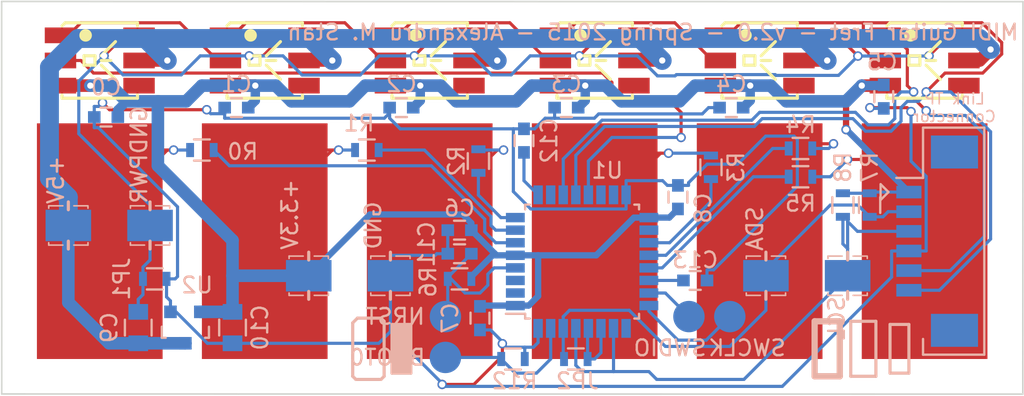
<source format=kicad_pcb>
(kicad_pcb (version 20171130) (host pcbnew "(5.1.12)-1")

  (general
    (thickness 1.6)
    (drawings 42)
    (tracks 500)
    (zones 0)
    (modules 51)
    (nets 40)
  )

  (page A4)
  (layers
    (0 F.Cu signal)
    (31 B.Cu signal)
    (32 B.Adhes user hide)
    (33 F.Adhes user hide)
    (34 B.Paste user hide)
    (35 F.Paste user hide)
    (36 B.SilkS user hide)
    (37 F.SilkS user hide)
    (38 B.Mask user hide)
    (39 F.Mask user hide)
    (40 Dwgs.User user hide)
    (41 Cmts.User user hide)
    (42 Eco1.User user hide)
    (43 Eco2.User user hide)
    (44 Edge.Cuts user)
    (45 Margin user)
    (46 B.CrtYd user hide)
    (47 F.CrtYd user hide)
    (48 B.Fab user hide)
    (49 F.Fab user hide)
  )

  (setup
    (last_trace_width 0.2)
    (user_trace_width 0.3)
    (user_trace_width 0.4)
    (user_trace_width 0.6)
    (user_trace_width 0.8)
    (user_trace_width 1)
    (user_trace_width 1.2)
    (trace_clearance 0.2)
    (zone_clearance 0.2)
    (zone_45_only no)
    (trace_min 0.2)
    (via_size 0.6)
    (via_drill 0.4)
    (via_min_size 0.4)
    (via_min_drill 0.3)
    (uvia_size 0.3)
    (uvia_drill 0.1)
    (uvias_allowed no)
    (uvia_min_size 0.2)
    (uvia_min_drill 0.1)
    (edge_width 0.1)
    (segment_width 0.4)
    (pcb_text_width 0.3)
    (pcb_text_size 1.5 1.5)
    (mod_edge_width 0.15)
    (mod_text_size 1 1)
    (mod_text_width 0.15)
    (pad_size 2.9 2)
    (pad_drill 0)
    (pad_to_mask_clearance 0)
    (aux_axis_origin 30.05 54.95)
    (grid_origin 30.05 54.95)
    (visible_elements 7FFFFFFF)
    (pcbplotparams
      (layerselection 0x020f0_ffffffff)
      (usegerberextensions false)
      (usegerberattributes true)
      (usegerberadvancedattributes true)
      (creategerberjobfile true)
      (excludeedgelayer true)
      (linewidth 0.100000)
      (plotframeref false)
      (viasonmask false)
      (mode 1)
      (useauxorigin false)
      (hpglpennumber 1)
      (hpglpenspeed 20)
      (hpglpendiameter 15.000000)
      (psnegative false)
      (psa4output false)
      (plotreference true)
      (plotvalue true)
      (plotinvisibletext false)
      (padsonsilk false)
      (subtractmaskfromsilk false)
      (outputformat 1)
      (mirror false)
      (drillshape 0)
      (scaleselection 1)
      (outputdirectory "gerber/"))
  )

  (net 0 "")
  (net 1 +3V3)
  (net 2 GNDPWR)
  (net 3 GND)
  (net 4 +5V)
  (net 5 /SDA)
  (net 6 /LED6)
  (net 7 /BUTTON)
  (net 8 /LED0)
  (net 9 /LED1)
  (net 10 /LED2)
  (net 11 /LED3)
  (net 12 /LED4)
  (net 13 "Net-(P0-Pad1)")
  (net 14 "Net-(P1-Pad1)")
  (net 15 "Net-(P2-Pad1)")
  (net 16 "Net-(P3-Pad1)")
  (net 17 "Net-(P4-Pad1)")
  (net 18 "Net-(P5-Pad1)")
  (net 19 "Net-(U1-Pad15)")
  (net 20 "Net-(U1-Pad18)")
  (net 21 "Net-(U1-Pad14)")
  (net 22 /NRST)
  (net 23 /BOOT0)
  (net 24 /SWDIO)
  (net 25 /SWCLK)
  (net 26 /SCK)
  (net 27 /MISO)
  (net 28 "Net-(U1-Pad2)")
  (net 29 "Net-(U1-Pad3)")
  (net 30 "Net-(U1-Pad10)")
  (net 31 /CG1)
  (net 32 /CG4)
  (net 33 /P0)
  (net 34 /P1)
  (net 35 /P2)
  (net 36 /P3)
  (net 37 /P4)
  (net 38 /P5)
  (net 39 "Net-(U1-Pad25)")

  (net_class Default "This is the default net class."
    (clearance 0.2)
    (trace_width 0.2)
    (via_dia 0.6)
    (via_drill 0.4)
    (uvia_dia 0.3)
    (uvia_drill 0.1)
    (add_net +3V3)
    (add_net +5V)
    (add_net /BOOT0)
    (add_net /BUTTON)
    (add_net /CG1)
    (add_net /CG4)
    (add_net /LED0)
    (add_net /LED1)
    (add_net /LED2)
    (add_net /LED3)
    (add_net /LED4)
    (add_net /LED6)
    (add_net /MISO)
    (add_net /NRST)
    (add_net /P0)
    (add_net /P1)
    (add_net /P2)
    (add_net /P3)
    (add_net /P4)
    (add_net /P5)
    (add_net /SCK)
    (add_net /SDA)
    (add_net /SWCLK)
    (add_net /SWDIO)
    (add_net GND)
    (add_net GNDPWR)
    (add_net "Net-(P0-Pad1)")
    (add_net "Net-(P1-Pad1)")
    (add_net "Net-(P2-Pad1)")
    (add_net "Net-(P3-Pad1)")
    (add_net "Net-(P4-Pad1)")
    (add_net "Net-(P5-Pad1)")
    (add_net "Net-(U1-Pad10)")
    (add_net "Net-(U1-Pad14)")
    (add_net "Net-(U1-Pad15)")
    (add_net "Net-(U1-Pad18)")
    (add_net "Net-(U1-Pad2)")
    (add_net "Net-(U1-Pad25)")
    (add_net "Net-(U1-Pad3)")
  )

  (module guitar-components:5050-6pin (layer F.Cu) (tedit 5588DB13) (tstamp 556A9EF3)
    (at 67.75 33.75)
    (path /556B31EF)
    (fp_text reference LED3 (at 0 -3.2) (layer F.Fab)
      (effects (font (size 1 1) (thickness 0.15)))
    )
    (fp_text value WS2812 (at 0 1.6) (layer F.Fab)
      (effects (font (size 0.3 0.3) (thickness 0.075)))
    )
    (fp_line (start 2.4 -2.4) (end 2.4 -2.2) (layer F.SilkS) (width 0.2))
    (fp_line (start -2.4 2.4) (end -2.4 2.2) (layer F.SilkS) (width 0.2))
    (fp_line (start 2.4 2.4) (end 2.4 2.2) (layer F.SilkS) (width 0.2))
    (fp_line (start -2.4 2.4) (end 2.4 2.4) (layer F.SilkS) (width 0.2))
    (fp_line (start -2.2 -2.4) (end 2.4 -2.4) (layer F.SilkS) (width 0.2))
    (fp_line (start -2.2 -2.4) (end -2.4 -2.2) (layer F.SilkS) (width 0.2))
    (fp_line (start -1 0.3) (end -0.3 0.3) (layer F.SilkS) (width 0.2))
    (fp_line (start 0.1 0.3) (end 1 1.2) (layer F.SilkS) (width 0.2))
    (fp_line (start 0.1 -0.3) (end 1 -1.2) (layer F.SilkS) (width 0.2))
    (fp_line (start 0.1 0) (end 0.7 0) (layer F.SilkS) (width 0.2))
    (fp_line (start -0.3 -0.3) (end -0.3 0.3) (layer F.SilkS) (width 0.2))
    (fp_line (start -1 0.3) (end -1 -0.3) (layer F.SilkS) (width 0.2))
    (fp_line (start -1 -0.3) (end -0.3 -0.3) (layer F.SilkS) (width 0.2))
    (fp_line (start 2.5 -1.1) (end 1.5 -1.1) (layer B.CrtYd) (width 0.05))
    (fp_line (start 1.5 -1.1) (end 1.5 -2.1) (layer B.CrtYd) (width 0.05))
    (fp_line (start 1.5 -2.1) (end 2.5 -2.1) (layer B.CrtYd) (width 0.05))
    (fp_line (start -2.5 2.1) (end -1.5 2.1) (layer B.CrtYd) (width 0.05))
    (fp_line (start -1.5 2.1) (end -1.5 1.1) (layer B.CrtYd) (width 0.05))
    (fp_line (start -1.5 1.1) (end -2.5 1.1) (layer B.CrtYd) (width 0.05))
    (fp_line (start 2.5 2.1) (end 1.5 2.1) (layer B.CrtYd) (width 0.05))
    (fp_line (start 1.5 2.1) (end 1.5 1.1) (layer B.CrtYd) (width 0.05))
    (fp_line (start 1.5 1.1) (end 2.5 1.1) (layer B.CrtYd) (width 0.05))
    (fp_line (start -1.5 -1.1) (end -1.5 -2.1) (layer B.CrtYd) (width 0.05))
    (fp_line (start -1.5 -2.1) (end -2.5 -2.1) (layer B.CrtYd) (width 0.05))
    (fp_line (start -2.5 -1.1) (end -1.5 -1.1) (layer B.CrtYd) (width 0.05))
    (fp_line (start -2.5 -0.5) (end -1.5 -0.5) (layer B.CrtYd) (width 0.05))
    (fp_line (start -1.5 -0.5) (end -1.5 0.5) (layer B.CrtYd) (width 0.05))
    (fp_line (start -1.5 0.5) (end -2.5 0.5) (layer B.CrtYd) (width 0.05))
    (fp_line (start 2.5 -0.5) (end 1.5 -0.5) (layer B.CrtYd) (width 0.05))
    (fp_line (start 1.5 -0.5) (end 1.5 0.5) (layer B.CrtYd) (width 0.05))
    (fp_line (start 1.5 0.5) (end 2.5 0.5) (layer B.CrtYd) (width 0.05))
    (fp_line (start -2.5 -2.5) (end -2.5 2.5) (layer F.Fab) (width 0.05))
    (fp_line (start -2.5 -2.5) (end 2.5 -2.5) (layer F.Fab) (width 0.05))
    (fp_line (start 2.5 -2.5) (end 2.5 2.5) (layer F.Fab) (width 0.05))
    (fp_line (start 2.5 2.5) (end -2.5 2.5) (layer F.Fab) (width 0.05))
    (fp_circle (center -0.9 -1.6) (end -0.9 -1.8) (layer F.SilkS) (width 0.4))
    (pad 4 smd rect (at 2.5 1.6) (size 2 1) (layers F.Cu F.Paste F.Mask))
    (pad 5 smd rect (at 2.5 0) (size 2 1) (layers F.Cu F.Paste F.Mask)
      (net 4 +5V))
    (pad 6 smd rect (at 2.5 -1.6) (size 2 1) (layers F.Cu F.Paste F.Mask)
      (net 2 GNDPWR))
    (pad 3 smd rect (at -2.5 1.6) (size 2 1) (layers F.Cu F.Paste F.Mask)
      (net 1 +3V3))
    (pad 2 smd rect (at -2.5 0) (size 2 1) (layers F.Cu F.Paste F.Mask)
      (net 11 /LED3))
    (pad 1 smd rect (at -2.5 -1.6) (size 2 1) (layers F.Cu F.Paste F.Mask)
      (net 12 /LED4))
  )

  (module Capacitors_SMD:C_0603 (layer B.Cu) (tedit 5588DB1D) (tstamp 556A9D51)
    (at 36.65 37.35 180)
    (descr "Capacitor SMD 0603, reflow soldering, AVX (see smccp.pdf)")
    (tags "capacitor 0603")
    (path /547EE5D6)
    (attr smd)
    (fp_text reference C0 (at 0 1.9 180) (layer B.SilkS)
      (effects (font (size 1 1) (thickness 0.15)) (justify mirror))
    )
    (fp_text value 100nF (at 0 -1.9 180) (layer B.Fab)
      (effects (font (size 1 1) (thickness 0.15)) (justify mirror))
    )
    (fp_line (start -1.45 0.75) (end 1.45 0.75) (layer B.CrtYd) (width 0.05))
    (fp_line (start -1.45 -0.75) (end 1.45 -0.75) (layer B.CrtYd) (width 0.05))
    (fp_line (start -1.45 0.75) (end -1.45 -0.75) (layer B.CrtYd) (width 0.05))
    (fp_line (start 1.45 0.75) (end 1.45 -0.75) (layer B.CrtYd) (width 0.05))
    (fp_line (start -0.35 0.6) (end 0.35 0.6) (layer B.SilkS) (width 0.15))
    (fp_line (start 0.35 -0.6) (end -0.35 -0.6) (layer B.SilkS) (width 0.15))
    (pad 1 smd rect (at -0.75 0 180) (size 0.8 0.75) (layers B.Cu B.Paste B.Mask)
      (net 1 +3V3))
    (pad 2 smd rect (at 0.75 0 180) (size 0.8 0.75) (layers B.Cu B.Paste B.Mask)
      (net 3 GND))
    (model Capacitors_SMD.3dshapes/C_0603.wrl
      (at (xyz 0 0 0))
      (scale (xyz 1 1 1))
      (rotate (xyz 0 0 0))
    )
  )

  (module Capacitors_SMD:C_0603 (layer B.Cu) (tedit 5588DD60) (tstamp 556A9D5D)
    (at 44.95 36.75 180)
    (descr "Capacitor SMD 0603, reflow soldering, AVX (see smccp.pdf)")
    (tags "capacitor 0603")
    (path /556B2B92)
    (attr smd)
    (fp_text reference C1 (at 0 1.5 180) (layer B.SilkS)
      (effects (font (size 1 1) (thickness 0.15)) (justify mirror))
    )
    (fp_text value 100nF (at 0 -1.9 180) (layer B.Fab)
      (effects (font (size 1 1) (thickness 0.15)) (justify mirror))
    )
    (fp_line (start -1.45 0.75) (end 1.45 0.75) (layer B.CrtYd) (width 0.05))
    (fp_line (start -1.45 -0.75) (end 1.45 -0.75) (layer B.CrtYd) (width 0.05))
    (fp_line (start -1.45 0.75) (end -1.45 -0.75) (layer B.CrtYd) (width 0.05))
    (fp_line (start 1.45 0.75) (end 1.45 -0.75) (layer B.CrtYd) (width 0.05))
    (fp_line (start -0.35 0.6) (end 0.35 0.6) (layer B.SilkS) (width 0.15))
    (fp_line (start 0.35 -0.6) (end -0.35 -0.6) (layer B.SilkS) (width 0.15))
    (pad 1 smd rect (at -0.75 0 180) (size 0.8 0.75) (layers B.Cu B.Paste B.Mask)
      (net 1 +3V3))
    (pad 2 smd rect (at 0.75 0 180) (size 0.8 0.75) (layers B.Cu B.Paste B.Mask)
      (net 3 GND))
    (model Capacitors_SMD.3dshapes/C_0603.wrl
      (at (xyz 0 0 0))
      (scale (xyz 1 1 1))
      (rotate (xyz 0 0 0))
    )
  )

  (module Capacitors_SMD:C_0603 (layer B.Cu) (tedit 5588DD5B) (tstamp 556A9D69)
    (at 55.45 36.75 180)
    (descr "Capacitor SMD 0603, reflow soldering, AVX (see smccp.pdf)")
    (tags "capacitor 0603")
    (path /556B31D1)
    (attr smd)
    (fp_text reference C2 (at 0 1.5 180) (layer B.SilkS)
      (effects (font (size 1 1) (thickness 0.15)) (justify mirror))
    )
    (fp_text value 100nF (at 0 -1.9 180) (layer B.Fab)
      (effects (font (size 1 1) (thickness 0.15)) (justify mirror))
    )
    (fp_line (start -1.45 0.75) (end 1.45 0.75) (layer B.CrtYd) (width 0.05))
    (fp_line (start -1.45 -0.75) (end 1.45 -0.75) (layer B.CrtYd) (width 0.05))
    (fp_line (start -1.45 0.75) (end -1.45 -0.75) (layer B.CrtYd) (width 0.05))
    (fp_line (start 1.45 0.75) (end 1.45 -0.75) (layer B.CrtYd) (width 0.05))
    (fp_line (start -0.35 0.6) (end 0.35 0.6) (layer B.SilkS) (width 0.15))
    (fp_line (start 0.35 -0.6) (end -0.35 -0.6) (layer B.SilkS) (width 0.15))
    (pad 1 smd rect (at -0.75 0 180) (size 0.8 0.75) (layers B.Cu B.Paste B.Mask)
      (net 1 +3V3))
    (pad 2 smd rect (at 0.75 0 180) (size 0.8 0.75) (layers B.Cu B.Paste B.Mask)
      (net 3 GND))
    (model Capacitors_SMD.3dshapes/C_0603.wrl
      (at (xyz 0 0 0))
      (scale (xyz 1 1 1))
      (rotate (xyz 0 0 0))
    )
  )

  (module Capacitors_SMD:C_0603 (layer B.Cu) (tedit 5588DD49) (tstamp 556A9D75)
    (at 65.95 36.75 180)
    (descr "Capacitor SMD 0603, reflow soldering, AVX (see smccp.pdf)")
    (tags "capacitor 0603")
    (path /556B3201)
    (attr smd)
    (fp_text reference C3 (at 0 1.5 180) (layer B.SilkS)
      (effects (font (size 1 1) (thickness 0.15)) (justify mirror))
    )
    (fp_text value 100nF (at 0 -1.9 180) (layer B.Fab)
      (effects (font (size 1 1) (thickness 0.15)) (justify mirror))
    )
    (fp_line (start -1.45 0.75) (end 1.45 0.75) (layer B.CrtYd) (width 0.05))
    (fp_line (start -1.45 -0.75) (end 1.45 -0.75) (layer B.CrtYd) (width 0.05))
    (fp_line (start -1.45 0.75) (end -1.45 -0.75) (layer B.CrtYd) (width 0.05))
    (fp_line (start 1.45 0.75) (end 1.45 -0.75) (layer B.CrtYd) (width 0.05))
    (fp_line (start -0.35 0.6) (end 0.35 0.6) (layer B.SilkS) (width 0.15))
    (fp_line (start 0.35 -0.6) (end -0.35 -0.6) (layer B.SilkS) (width 0.15))
    (pad 1 smd rect (at -0.75 0 180) (size 0.8 0.75) (layers B.Cu B.Paste B.Mask)
      (net 1 +3V3))
    (pad 2 smd rect (at 0.75 0 180) (size 0.8 0.75) (layers B.Cu B.Paste B.Mask)
      (net 3 GND))
    (model Capacitors_SMD.3dshapes/C_0603.wrl
      (at (xyz 0 0 0))
      (scale (xyz 1 1 1))
      (rotate (xyz 0 0 0))
    )
  )

  (module Capacitors_SMD:C_0603 (layer B.Cu) (tedit 5588DD65) (tstamp 556A9D81)
    (at 76.45 36.75 180)
    (descr "Capacitor SMD 0603, reflow soldering, AVX (see smccp.pdf)")
    (tags "capacitor 0603")
    (path /556B3752)
    (attr smd)
    (fp_text reference C4 (at 0 1.5 180) (layer B.SilkS)
      (effects (font (size 1 1) (thickness 0.15)) (justify mirror))
    )
    (fp_text value 100nF (at 0 -1.9 180) (layer B.Fab)
      (effects (font (size 1 1) (thickness 0.15)) (justify mirror))
    )
    (fp_line (start -1.45 0.75) (end 1.45 0.75) (layer B.CrtYd) (width 0.05))
    (fp_line (start -1.45 -0.75) (end 1.45 -0.75) (layer B.CrtYd) (width 0.05))
    (fp_line (start -1.45 0.75) (end -1.45 -0.75) (layer B.CrtYd) (width 0.05))
    (fp_line (start 1.45 0.75) (end 1.45 -0.75) (layer B.CrtYd) (width 0.05))
    (fp_line (start -0.35 0.6) (end 0.35 0.6) (layer B.SilkS) (width 0.15))
    (fp_line (start 0.35 -0.6) (end -0.35 -0.6) (layer B.SilkS) (width 0.15))
    (pad 1 smd rect (at -0.75 0 180) (size 0.8 0.75) (layers B.Cu B.Paste B.Mask)
      (net 1 +3V3))
    (pad 2 smd rect (at 0.75 0 180) (size 0.8 0.75) (layers B.Cu B.Paste B.Mask)
      (net 3 GND))
    (model Capacitors_SMD.3dshapes/C_0603.wrl
      (at (xyz 0 0 0))
      (scale (xyz 1 1 1))
      (rotate (xyz 0 0 0))
    )
  )

  (module Capacitors_SMD:C_0603 (layer B.Cu) (tedit 56CAB76F) (tstamp 556A9D8D)
    (at 86.15 36.05 270)
    (descr "Capacitor SMD 0603, reflow soldering, AVX (see smccp.pdf)")
    (tags "capacitor 0603")
    (path /556B3782)
    (attr smd)
    (fp_text reference C5 (at -2.2 0.1) (layer B.SilkS)
      (effects (font (size 1 1) (thickness 0.15)) (justify mirror))
    )
    (fp_text value 100nF (at 0 -1.9 270) (layer B.Fab)
      (effects (font (size 1 1) (thickness 0.15)) (justify mirror))
    )
    (fp_line (start -1.45 0.75) (end 1.45 0.75) (layer B.CrtYd) (width 0.05))
    (fp_line (start -1.45 -0.75) (end 1.45 -0.75) (layer B.CrtYd) (width 0.05))
    (fp_line (start -1.45 0.75) (end -1.45 -0.75) (layer B.CrtYd) (width 0.05))
    (fp_line (start 1.45 0.75) (end 1.45 -0.75) (layer B.CrtYd) (width 0.05))
    (fp_line (start -0.35 0.6) (end 0.35 0.6) (layer B.SilkS) (width 0.15))
    (fp_line (start 0.35 -0.6) (end -0.35 -0.6) (layer B.SilkS) (width 0.15))
    (pad 1 smd rect (at -0.75 0 270) (size 0.8 0.75) (layers B.Cu B.Paste B.Mask)
      (net 1 +3V3))
    (pad 2 smd rect (at 0.75 0 270) (size 0.8 0.75) (layers B.Cu B.Paste B.Mask)
      (net 3 GND))
    (model Capacitors_SMD.3dshapes/C_0603.wrl
      (at (xyz 0 0 0))
      (scale (xyz 1 1 1))
      (rotate (xyz 0 0 0))
    )
  )

  (module Capacitors_SMD:C_0603 (layer B.Cu) (tedit 5588DD08) (tstamp 556A9D99)
    (at 59.15 44.55 180)
    (descr "Capacitor SMD 0603, reflow soldering, AVX (see smccp.pdf)")
    (tags "capacitor 0603")
    (path /547EC067)
    (attr smd)
    (fp_text reference C6 (at 0 1.4 180) (layer B.SilkS)
      (effects (font (size 1 1) (thickness 0.15)) (justify mirror))
    )
    (fp_text value 100nF (at 0 -1.9 180) (layer B.Fab)
      (effects (font (size 1 1) (thickness 0.15)) (justify mirror))
    )
    (fp_line (start -1.45 0.75) (end 1.45 0.75) (layer B.CrtYd) (width 0.05))
    (fp_line (start -1.45 -0.75) (end 1.45 -0.75) (layer B.CrtYd) (width 0.05))
    (fp_line (start -1.45 0.75) (end -1.45 -0.75) (layer B.CrtYd) (width 0.05))
    (fp_line (start 1.45 0.75) (end 1.45 -0.75) (layer B.CrtYd) (width 0.05))
    (fp_line (start -0.35 0.6) (end 0.35 0.6) (layer B.SilkS) (width 0.15))
    (fp_line (start 0.35 -0.6) (end -0.35 -0.6) (layer B.SilkS) (width 0.15))
    (pad 1 smd rect (at -0.75 0 180) (size 0.8 0.75) (layers B.Cu B.Paste B.Mask)
      (net 1 +3V3))
    (pad 2 smd rect (at 0.75 0 180) (size 0.8 0.75) (layers B.Cu B.Paste B.Mask)
      (net 3 GND))
    (model Capacitors_SMD.3dshapes/C_0603.wrl
      (at (xyz 0 0 0))
      (scale (xyz 1 1 1))
      (rotate (xyz 0 0 0))
    )
  )

  (module Capacitors_SMD:C_0603 (layer B.Cu) (tedit 5415D631) (tstamp 556A9DA5)
    (at 60.45 50.15 270)
    (descr "Capacitor SMD 0603, reflow soldering, AVX (see smccp.pdf)")
    (tags "capacitor 0603")
    (path /547EB337)
    (attr smd)
    (fp_text reference C7 (at 0 1.9 270) (layer B.SilkS)
      (effects (font (size 1 1) (thickness 0.15)) (justify mirror))
    )
    (fp_text value 100nF (at 0 -1.9 270) (layer B.Fab)
      (effects (font (size 1 1) (thickness 0.15)) (justify mirror))
    )
    (fp_line (start -1.45 0.75) (end 1.45 0.75) (layer B.CrtYd) (width 0.05))
    (fp_line (start -1.45 -0.75) (end 1.45 -0.75) (layer B.CrtYd) (width 0.05))
    (fp_line (start -1.45 0.75) (end -1.45 -0.75) (layer B.CrtYd) (width 0.05))
    (fp_line (start 1.45 0.75) (end 1.45 -0.75) (layer B.CrtYd) (width 0.05))
    (fp_line (start -0.35 0.6) (end 0.35 0.6) (layer B.SilkS) (width 0.15))
    (fp_line (start 0.35 -0.6) (end -0.35 -0.6) (layer B.SilkS) (width 0.15))
    (pad 1 smd rect (at -0.75 0 270) (size 0.8 0.75) (layers B.Cu B.Paste B.Mask)
      (net 1 +3V3))
    (pad 2 smd rect (at 0.75 0 270) (size 0.8 0.75) (layers B.Cu B.Paste B.Mask)
      (net 3 GND))
    (model Capacitors_SMD.3dshapes/C_0603.wrl
      (at (xyz 0 0 0))
      (scale (xyz 1 1 1))
      (rotate (xyz 0 0 0))
    )
  )

  (module Capacitors_SMD:C_0603 (layer B.Cu) (tedit 5588DD02) (tstamp 556A9DB1)
    (at 59.15 46.05 180)
    (descr "Capacitor SMD 0603, reflow soldering, AVX (see smccp.pdf)")
    (tags "capacitor 0603")
    (path /547EBB23)
    (attr smd)
    (fp_text reference C11 (at 2.1 0.6 270) (layer B.SilkS)
      (effects (font (size 1 1) (thickness 0.15)) (justify mirror))
    )
    (fp_text value 100nF (at 0 -1.9 180) (layer B.Fab)
      (effects (font (size 1 1) (thickness 0.15)) (justify mirror))
    )
    (fp_line (start -1.45 0.75) (end 1.45 0.75) (layer B.CrtYd) (width 0.05))
    (fp_line (start -1.45 -0.75) (end 1.45 -0.75) (layer B.CrtYd) (width 0.05))
    (fp_line (start -1.45 0.75) (end -1.45 -0.75) (layer B.CrtYd) (width 0.05))
    (fp_line (start 1.45 0.75) (end 1.45 -0.75) (layer B.CrtYd) (width 0.05))
    (fp_line (start -0.35 0.6) (end 0.35 0.6) (layer B.SilkS) (width 0.15))
    (fp_line (start 0.35 -0.6) (end -0.35 -0.6) (layer B.SilkS) (width 0.15))
    (pad 1 smd rect (at -0.75 0 180) (size 0.8 0.75) (layers B.Cu B.Paste B.Mask)
      (net 22 /NRST))
    (pad 2 smd rect (at 0.75 0 180) (size 0.8 0.75) (layers B.Cu B.Paste B.Mask)
      (net 3 GND))
    (model Capacitors_SMD.3dshapes/C_0603.wrl
      (at (xyz 0 0 0))
      (scale (xyz 1 1 1))
      (rotate (xyz 0 0 0))
    )
  )

  (module guitar-components:5050-6pin (layer F.Cu) (tedit 5588DB18) (tstamp 556A9E97)
    (at 46.75 33.75)
    (path /556B2B80)
    (fp_text reference LED1 (at 0 -3.2) (layer F.Fab)
      (effects (font (size 1 1) (thickness 0.15)))
    )
    (fp_text value WS2812 (at 0 1.6) (layer F.Fab)
      (effects (font (size 0.3 0.3) (thickness 0.075)))
    )
    (fp_line (start 2.4 -2.4) (end 2.4 -2.2) (layer F.SilkS) (width 0.2))
    (fp_line (start -2.4 2.4) (end -2.4 2.2) (layer F.SilkS) (width 0.2))
    (fp_line (start 2.4 2.4) (end 2.4 2.2) (layer F.SilkS) (width 0.2))
    (fp_line (start -2.4 2.4) (end 2.4 2.4) (layer F.SilkS) (width 0.2))
    (fp_line (start -2.2 -2.4) (end 2.4 -2.4) (layer F.SilkS) (width 0.2))
    (fp_line (start -2.2 -2.4) (end -2.4 -2.2) (layer F.SilkS) (width 0.2))
    (fp_line (start -1 0.3) (end -0.3 0.3) (layer F.SilkS) (width 0.2))
    (fp_line (start 0.1 0.3) (end 1 1.2) (layer F.SilkS) (width 0.2))
    (fp_line (start 0.1 -0.3) (end 1 -1.2) (layer F.SilkS) (width 0.2))
    (fp_line (start 0.1 0) (end 0.7 0) (layer F.SilkS) (width 0.2))
    (fp_line (start -0.3 -0.3) (end -0.3 0.3) (layer F.SilkS) (width 0.2))
    (fp_line (start -1 0.3) (end -1 -0.3) (layer F.SilkS) (width 0.2))
    (fp_line (start -1 -0.3) (end -0.3 -0.3) (layer F.SilkS) (width 0.2))
    (fp_line (start 2.5 -1.1) (end 1.5 -1.1) (layer B.CrtYd) (width 0.05))
    (fp_line (start 1.5 -1.1) (end 1.5 -2.1) (layer B.CrtYd) (width 0.05))
    (fp_line (start 1.5 -2.1) (end 2.5 -2.1) (layer B.CrtYd) (width 0.05))
    (fp_line (start -2.5 2.1) (end -1.5 2.1) (layer B.CrtYd) (width 0.05))
    (fp_line (start -1.5 2.1) (end -1.5 1.1) (layer B.CrtYd) (width 0.05))
    (fp_line (start -1.5 1.1) (end -2.5 1.1) (layer B.CrtYd) (width 0.05))
    (fp_line (start 2.5 2.1) (end 1.5 2.1) (layer B.CrtYd) (width 0.05))
    (fp_line (start 1.5 2.1) (end 1.5 1.1) (layer B.CrtYd) (width 0.05))
    (fp_line (start 1.5 1.1) (end 2.5 1.1) (layer B.CrtYd) (width 0.05))
    (fp_line (start -1.5 -1.1) (end -1.5 -2.1) (layer B.CrtYd) (width 0.05))
    (fp_line (start -1.5 -2.1) (end -2.5 -2.1) (layer B.CrtYd) (width 0.05))
    (fp_line (start -2.5 -1.1) (end -1.5 -1.1) (layer B.CrtYd) (width 0.05))
    (fp_line (start -2.5 -0.5) (end -1.5 -0.5) (layer B.CrtYd) (width 0.05))
    (fp_line (start -1.5 -0.5) (end -1.5 0.5) (layer B.CrtYd) (width 0.05))
    (fp_line (start -1.5 0.5) (end -2.5 0.5) (layer B.CrtYd) (width 0.05))
    (fp_line (start 2.5 -0.5) (end 1.5 -0.5) (layer B.CrtYd) (width 0.05))
    (fp_line (start 1.5 -0.5) (end 1.5 0.5) (layer B.CrtYd) (width 0.05))
    (fp_line (start 1.5 0.5) (end 2.5 0.5) (layer B.CrtYd) (width 0.05))
    (fp_line (start -2.5 -2.5) (end -2.5 2.5) (layer F.Fab) (width 0.05))
    (fp_line (start -2.5 -2.5) (end 2.5 -2.5) (layer F.Fab) (width 0.05))
    (fp_line (start 2.5 -2.5) (end 2.5 2.5) (layer F.Fab) (width 0.05))
    (fp_line (start 2.5 2.5) (end -2.5 2.5) (layer F.Fab) (width 0.05))
    (fp_circle (center -0.9 -1.6) (end -0.9 -1.8) (layer F.SilkS) (width 0.4))
    (pad 4 smd rect (at 2.5 1.6) (size 2 1) (layers F.Cu F.Paste F.Mask))
    (pad 5 smd rect (at 2.5 0) (size 2 1) (layers F.Cu F.Paste F.Mask)
      (net 4 +5V))
    (pad 6 smd rect (at 2.5 -1.6) (size 2 1) (layers F.Cu F.Paste F.Mask)
      (net 2 GNDPWR))
    (pad 3 smd rect (at -2.5 1.6) (size 2 1) (layers F.Cu F.Paste F.Mask)
      (net 1 +3V3))
    (pad 2 smd rect (at -2.5 0) (size 2 1) (layers F.Cu F.Paste F.Mask)
      (net 9 /LED1))
    (pad 1 smd rect (at -2.5 -1.6) (size 2 1) (layers F.Cu F.Paste F.Mask)
      (net 10 /LED2))
  )

  (module guitar-components:5050-6pin (layer F.Cu) (tedit 5588DB16) (tstamp 556A9EC5)
    (at 57.25 33.75)
    (path /556B31BF)
    (fp_text reference LED2 (at 0 -3.2) (layer F.Fab)
      (effects (font (size 1 1) (thickness 0.15)))
    )
    (fp_text value WS2812 (at 0 1.6) (layer F.Fab)
      (effects (font (size 0.3 0.3) (thickness 0.075)))
    )
    (fp_line (start 2.4 -2.4) (end 2.4 -2.2) (layer F.SilkS) (width 0.2))
    (fp_line (start -2.4 2.4) (end -2.4 2.2) (layer F.SilkS) (width 0.2))
    (fp_line (start 2.4 2.4) (end 2.4 2.2) (layer F.SilkS) (width 0.2))
    (fp_line (start -2.4 2.4) (end 2.4 2.4) (layer F.SilkS) (width 0.2))
    (fp_line (start -2.2 -2.4) (end 2.4 -2.4) (layer F.SilkS) (width 0.2))
    (fp_line (start -2.2 -2.4) (end -2.4 -2.2) (layer F.SilkS) (width 0.2))
    (fp_line (start -1 0.3) (end -0.3 0.3) (layer F.SilkS) (width 0.2))
    (fp_line (start 0.1 0.3) (end 1 1.2) (layer F.SilkS) (width 0.2))
    (fp_line (start 0.1 -0.3) (end 1 -1.2) (layer F.SilkS) (width 0.2))
    (fp_line (start 0.1 0) (end 0.7 0) (layer F.SilkS) (width 0.2))
    (fp_line (start -0.3 -0.3) (end -0.3 0.3) (layer F.SilkS) (width 0.2))
    (fp_line (start -1 0.3) (end -1 -0.3) (layer F.SilkS) (width 0.2))
    (fp_line (start -1 -0.3) (end -0.3 -0.3) (layer F.SilkS) (width 0.2))
    (fp_line (start 2.5 -1.1) (end 1.5 -1.1) (layer B.CrtYd) (width 0.05))
    (fp_line (start 1.5 -1.1) (end 1.5 -2.1) (layer B.CrtYd) (width 0.05))
    (fp_line (start 1.5 -2.1) (end 2.5 -2.1) (layer B.CrtYd) (width 0.05))
    (fp_line (start -2.5 2.1) (end -1.5 2.1) (layer B.CrtYd) (width 0.05))
    (fp_line (start -1.5 2.1) (end -1.5 1.1) (layer B.CrtYd) (width 0.05))
    (fp_line (start -1.5 1.1) (end -2.5 1.1) (layer B.CrtYd) (width 0.05))
    (fp_line (start 2.5 2.1) (end 1.5 2.1) (layer B.CrtYd) (width 0.05))
    (fp_line (start 1.5 2.1) (end 1.5 1.1) (layer B.CrtYd) (width 0.05))
    (fp_line (start 1.5 1.1) (end 2.5 1.1) (layer B.CrtYd) (width 0.05))
    (fp_line (start -1.5 -1.1) (end -1.5 -2.1) (layer B.CrtYd) (width 0.05))
    (fp_line (start -1.5 -2.1) (end -2.5 -2.1) (layer B.CrtYd) (width 0.05))
    (fp_line (start -2.5 -1.1) (end -1.5 -1.1) (layer B.CrtYd) (width 0.05))
    (fp_line (start -2.5 -0.5) (end -1.5 -0.5) (layer B.CrtYd) (width 0.05))
    (fp_line (start -1.5 -0.5) (end -1.5 0.5) (layer B.CrtYd) (width 0.05))
    (fp_line (start -1.5 0.5) (end -2.5 0.5) (layer B.CrtYd) (width 0.05))
    (fp_line (start 2.5 -0.5) (end 1.5 -0.5) (layer B.CrtYd) (width 0.05))
    (fp_line (start 1.5 -0.5) (end 1.5 0.5) (layer B.CrtYd) (width 0.05))
    (fp_line (start 1.5 0.5) (end 2.5 0.5) (layer B.CrtYd) (width 0.05))
    (fp_line (start -2.5 -2.5) (end -2.5 2.5) (layer F.Fab) (width 0.05))
    (fp_line (start -2.5 -2.5) (end 2.5 -2.5) (layer F.Fab) (width 0.05))
    (fp_line (start 2.5 -2.5) (end 2.5 2.5) (layer F.Fab) (width 0.05))
    (fp_line (start 2.5 2.5) (end -2.5 2.5) (layer F.Fab) (width 0.05))
    (fp_circle (center -0.9 -1.6) (end -0.9 -1.8) (layer F.SilkS) (width 0.4))
    (pad 4 smd rect (at 2.5 1.6) (size 2 1) (layers F.Cu F.Paste F.Mask))
    (pad 5 smd rect (at 2.5 0) (size 2 1) (layers F.Cu F.Paste F.Mask)
      (net 4 +5V))
    (pad 6 smd rect (at 2.5 -1.6) (size 2 1) (layers F.Cu F.Paste F.Mask)
      (net 2 GNDPWR))
    (pad 3 smd rect (at -2.5 1.6) (size 2 1) (layers F.Cu F.Paste F.Mask)
      (net 1 +3V3))
    (pad 2 smd rect (at -2.5 0) (size 2 1) (layers F.Cu F.Paste F.Mask)
      (net 10 /LED2))
    (pad 1 smd rect (at -2.5 -1.6) (size 2 1) (layers F.Cu F.Paste F.Mask)
      (net 11 /LED3))
  )

  (module guitar-components:5050-6pin (layer F.Cu) (tedit 5588DB10) (tstamp 556A9F21)
    (at 78.25 33.75)
    (path /556B3740)
    (fp_text reference LED4 (at 0 -3.2) (layer F.Fab)
      (effects (font (size 1 1) (thickness 0.15)))
    )
    (fp_text value WS2812 (at 0 1.6) (layer F.Fab)
      (effects (font (size 0.3 0.3) (thickness 0.075)))
    )
    (fp_line (start 2.4 -2.4) (end 2.4 -2.2) (layer F.SilkS) (width 0.2))
    (fp_line (start -2.4 2.4) (end -2.4 2.2) (layer F.SilkS) (width 0.2))
    (fp_line (start 2.4 2.4) (end 2.4 2.2) (layer F.SilkS) (width 0.2))
    (fp_line (start -2.4 2.4) (end 2.4 2.4) (layer F.SilkS) (width 0.2))
    (fp_line (start -2.2 -2.4) (end 2.4 -2.4) (layer F.SilkS) (width 0.2))
    (fp_line (start -2.2 -2.4) (end -2.4 -2.2) (layer F.SilkS) (width 0.2))
    (fp_line (start -1 0.3) (end -0.3 0.3) (layer F.SilkS) (width 0.2))
    (fp_line (start 0.1 0.3) (end 1 1.2) (layer F.SilkS) (width 0.2))
    (fp_line (start 0.1 -0.3) (end 1 -1.2) (layer F.SilkS) (width 0.2))
    (fp_line (start 0.1 0) (end 0.7 0) (layer F.SilkS) (width 0.2))
    (fp_line (start -0.3 -0.3) (end -0.3 0.3) (layer F.SilkS) (width 0.2))
    (fp_line (start -1 0.3) (end -1 -0.3) (layer F.SilkS) (width 0.2))
    (fp_line (start -1 -0.3) (end -0.3 -0.3) (layer F.SilkS) (width 0.2))
    (fp_line (start 2.5 -1.1) (end 1.5 -1.1) (layer B.CrtYd) (width 0.05))
    (fp_line (start 1.5 -1.1) (end 1.5 -2.1) (layer B.CrtYd) (width 0.05))
    (fp_line (start 1.5 -2.1) (end 2.5 -2.1) (layer B.CrtYd) (width 0.05))
    (fp_line (start -2.5 2.1) (end -1.5 2.1) (layer B.CrtYd) (width 0.05))
    (fp_line (start -1.5 2.1) (end -1.5 1.1) (layer B.CrtYd) (width 0.05))
    (fp_line (start -1.5 1.1) (end -2.5 1.1) (layer B.CrtYd) (width 0.05))
    (fp_line (start 2.5 2.1) (end 1.5 2.1) (layer B.CrtYd) (width 0.05))
    (fp_line (start 1.5 2.1) (end 1.5 1.1) (layer B.CrtYd) (width 0.05))
    (fp_line (start 1.5 1.1) (end 2.5 1.1) (layer B.CrtYd) (width 0.05))
    (fp_line (start -1.5 -1.1) (end -1.5 -2.1) (layer B.CrtYd) (width 0.05))
    (fp_line (start -1.5 -2.1) (end -2.5 -2.1) (layer B.CrtYd) (width 0.05))
    (fp_line (start -2.5 -1.1) (end -1.5 -1.1) (layer B.CrtYd) (width 0.05))
    (fp_line (start -2.5 -0.5) (end -1.5 -0.5) (layer B.CrtYd) (width 0.05))
    (fp_line (start -1.5 -0.5) (end -1.5 0.5) (layer B.CrtYd) (width 0.05))
    (fp_line (start -1.5 0.5) (end -2.5 0.5) (layer B.CrtYd) (width 0.05))
    (fp_line (start 2.5 -0.5) (end 1.5 -0.5) (layer B.CrtYd) (width 0.05))
    (fp_line (start 1.5 -0.5) (end 1.5 0.5) (layer B.CrtYd) (width 0.05))
    (fp_line (start 1.5 0.5) (end 2.5 0.5) (layer B.CrtYd) (width 0.05))
    (fp_line (start -2.5 -2.5) (end -2.5 2.5) (layer F.Fab) (width 0.05))
    (fp_line (start -2.5 -2.5) (end 2.5 -2.5) (layer F.Fab) (width 0.05))
    (fp_line (start 2.5 -2.5) (end 2.5 2.5) (layer F.Fab) (width 0.05))
    (fp_line (start 2.5 2.5) (end -2.5 2.5) (layer F.Fab) (width 0.05))
    (fp_circle (center -0.9 -1.6) (end -0.9 -1.8) (layer F.SilkS) (width 0.4))
    (pad 4 smd rect (at 2.5 1.6) (size 2 1) (layers F.Cu F.Paste F.Mask))
    (pad 5 smd rect (at 2.5 0) (size 2 1) (layers F.Cu F.Paste F.Mask)
      (net 4 +5V))
    (pad 6 smd rect (at 2.5 -1.6) (size 2 1) (layers F.Cu F.Paste F.Mask)
      (net 2 GNDPWR))
    (pad 3 smd rect (at -2.5 1.6) (size 2 1) (layers F.Cu F.Paste F.Mask)
      (net 1 +3V3))
    (pad 2 smd rect (at -2.5 0) (size 2 1) (layers F.Cu F.Paste F.Mask)
      (net 12 /LED4))
    (pad 1 smd rect (at -2.5 -1.6) (size 2 1) (layers F.Cu F.Paste F.Mask)
      (net 7 /BUTTON))
  )

  (module guitar-components:5050-6pin (layer F.Cu) (tedit 5588DB0E) (tstamp 556A9F4F)
    (at 88.75 33.75)
    (path /556B3770)
    (fp_text reference LED5 (at 0 -3.2) (layer F.Fab)
      (effects (font (size 1 1) (thickness 0.15)))
    )
    (fp_text value WS2812 (at 0 1.6) (layer F.Fab)
      (effects (font (size 0.3 0.3) (thickness 0.075)))
    )
    (fp_line (start 2.4 -2.4) (end 2.4 -2.2) (layer F.SilkS) (width 0.2))
    (fp_line (start -2.4 2.4) (end -2.4 2.2) (layer F.SilkS) (width 0.2))
    (fp_line (start 2.4 2.4) (end 2.4 2.2) (layer F.SilkS) (width 0.2))
    (fp_line (start -2.4 2.4) (end 2.4 2.4) (layer F.SilkS) (width 0.2))
    (fp_line (start -2.2 -2.4) (end 2.4 -2.4) (layer F.SilkS) (width 0.2))
    (fp_line (start -2.2 -2.4) (end -2.4 -2.2) (layer F.SilkS) (width 0.2))
    (fp_line (start -1 0.3) (end -0.3 0.3) (layer F.SilkS) (width 0.2))
    (fp_line (start 0.1 0.3) (end 1 1.2) (layer F.SilkS) (width 0.2))
    (fp_line (start 0.1 -0.3) (end 1 -1.2) (layer F.SilkS) (width 0.2))
    (fp_line (start 0.1 0) (end 0.7 0) (layer F.SilkS) (width 0.2))
    (fp_line (start -0.3 -0.3) (end -0.3 0.3) (layer F.SilkS) (width 0.2))
    (fp_line (start -1 0.3) (end -1 -0.3) (layer F.SilkS) (width 0.2))
    (fp_line (start -1 -0.3) (end -0.3 -0.3) (layer F.SilkS) (width 0.2))
    (fp_line (start 2.5 -1.1) (end 1.5 -1.1) (layer B.CrtYd) (width 0.05))
    (fp_line (start 1.5 -1.1) (end 1.5 -2.1) (layer B.CrtYd) (width 0.05))
    (fp_line (start 1.5 -2.1) (end 2.5 -2.1) (layer B.CrtYd) (width 0.05))
    (fp_line (start -2.5 2.1) (end -1.5 2.1) (layer B.CrtYd) (width 0.05))
    (fp_line (start -1.5 2.1) (end -1.5 1.1) (layer B.CrtYd) (width 0.05))
    (fp_line (start -1.5 1.1) (end -2.5 1.1) (layer B.CrtYd) (width 0.05))
    (fp_line (start 2.5 2.1) (end 1.5 2.1) (layer B.CrtYd) (width 0.05))
    (fp_line (start 1.5 2.1) (end 1.5 1.1) (layer B.CrtYd) (width 0.05))
    (fp_line (start 1.5 1.1) (end 2.5 1.1) (layer B.CrtYd) (width 0.05))
    (fp_line (start -1.5 -1.1) (end -1.5 -2.1) (layer B.CrtYd) (width 0.05))
    (fp_line (start -1.5 -2.1) (end -2.5 -2.1) (layer B.CrtYd) (width 0.05))
    (fp_line (start -2.5 -1.1) (end -1.5 -1.1) (layer B.CrtYd) (width 0.05))
    (fp_line (start -2.5 -0.5) (end -1.5 -0.5) (layer B.CrtYd) (width 0.05))
    (fp_line (start -1.5 -0.5) (end -1.5 0.5) (layer B.CrtYd) (width 0.05))
    (fp_line (start -1.5 0.5) (end -2.5 0.5) (layer B.CrtYd) (width 0.05))
    (fp_line (start 2.5 -0.5) (end 1.5 -0.5) (layer B.CrtYd) (width 0.05))
    (fp_line (start 1.5 -0.5) (end 1.5 0.5) (layer B.CrtYd) (width 0.05))
    (fp_line (start 1.5 0.5) (end 2.5 0.5) (layer B.CrtYd) (width 0.05))
    (fp_line (start -2.5 -2.5) (end -2.5 2.5) (layer F.Fab) (width 0.05))
    (fp_line (start -2.5 -2.5) (end 2.5 -2.5) (layer F.Fab) (width 0.05))
    (fp_line (start 2.5 -2.5) (end 2.5 2.5) (layer F.Fab) (width 0.05))
    (fp_line (start 2.5 2.5) (end -2.5 2.5) (layer F.Fab) (width 0.05))
    (fp_circle (center -0.9 -1.6) (end -0.9 -1.8) (layer F.SilkS) (width 0.4))
    (pad 4 smd rect (at 2.5 1.6) (size 2 1) (layers F.Cu F.Paste F.Mask))
    (pad 5 smd rect (at 2.5 0) (size 2 1) (layers F.Cu F.Paste F.Mask)
      (net 4 +5V))
    (pad 6 smd rect (at 2.5 -1.6) (size 2 1) (layers F.Cu F.Paste F.Mask)
      (net 2 GNDPWR))
    (pad 3 smd rect (at -2.5 1.6) (size 2 1) (layers F.Cu F.Paste F.Mask)
      (net 1 +3V3))
    (pad 2 smd rect (at -2.5 0) (size 2 1) (layers F.Cu F.Paste F.Mask)
      (net 7 /BUTTON))
    (pad 1 smd rect (at -2.5 -1.6) (size 2 1) (layers F.Cu F.Paste F.Mask)
      (net 6 /LED6))
  )

  (module Resistors_SMD:R_0603 (layer B.Cu) (tedit 5588DCFB) (tstamp 556A9F79)
    (at 59.15 47.65)
    (descr "Resistor SMD 0603, reflow soldering, Vishay (see dcrcw.pdf)")
    (tags "resistor 0603")
    (path /547EBBEE)
    (attr smd)
    (fp_text reference R6 (at -2 0.2 90) (layer B.SilkS)
      (effects (font (size 1 1) (thickness 0.15)) (justify mirror))
    )
    (fp_text value 10k (at 0 -1.9) (layer B.Fab)
      (effects (font (size 1 1) (thickness 0.15)) (justify mirror))
    )
    (fp_line (start -1.3 0.8) (end 1.3 0.8) (layer B.CrtYd) (width 0.05))
    (fp_line (start -1.3 -0.8) (end 1.3 -0.8) (layer B.CrtYd) (width 0.05))
    (fp_line (start -1.3 0.8) (end -1.3 -0.8) (layer B.CrtYd) (width 0.05))
    (fp_line (start 1.3 0.8) (end 1.3 -0.8) (layer B.CrtYd) (width 0.05))
    (fp_line (start 0.5 -0.675) (end -0.5 -0.675) (layer B.SilkS) (width 0.15))
    (fp_line (start -0.5 0.675) (end 0.5 0.675) (layer B.SilkS) (width 0.15))
    (pad 1 smd rect (at -0.75 0) (size 0.5 0.9) (layers B.Cu B.Paste B.Mask)
      (net 22 /NRST))
    (pad 2 smd rect (at 0.75 0) (size 0.5 0.9) (layers B.Cu B.Paste B.Mask)
      (net 1 +3V3))
    (model Resistors_SMD.3dshapes/R_0603.wrl
      (at (xyz 0 0 0))
      (scale (xyz 1 1 1))
      (rotate (xyz 0 0 0))
    )
  )

  (module Resistors_SMD:R_0603 (layer B.Cu) (tedit 5588DD32) (tstamp 556A9F85)
    (at 85.25 42.95 270)
    (descr "Resistor SMD 0603, reflow soldering, Vishay (see dcrcw.pdf)")
    (tags "resistor 0603")
    (path /547ECE9A)
    (attr smd)
    (fp_text reference R7 (at -2.4 0 270) (layer B.SilkS)
      (effects (font (size 1 1) (thickness 0.15)) (justify mirror))
    )
    (fp_text value 4.7k (at 0 -1.9 270) (layer B.Fab)
      (effects (font (size 1 1) (thickness 0.15)) (justify mirror))
    )
    (fp_line (start -1.3 0.8) (end 1.3 0.8) (layer B.CrtYd) (width 0.05))
    (fp_line (start -1.3 -0.8) (end 1.3 -0.8) (layer B.CrtYd) (width 0.05))
    (fp_line (start -1.3 0.8) (end -1.3 -0.8) (layer B.CrtYd) (width 0.05))
    (fp_line (start 1.3 0.8) (end 1.3 -0.8) (layer B.CrtYd) (width 0.05))
    (fp_line (start 0.5 -0.675) (end -0.5 -0.675) (layer B.SilkS) (width 0.15))
    (fp_line (start -0.5 0.675) (end 0.5 0.675) (layer B.SilkS) (width 0.15))
    (pad 1 smd rect (at -0.75 0 270) (size 0.5 0.9) (layers B.Cu B.Paste B.Mask)
      (net 1 +3V3))
    (pad 2 smd rect (at 0.75 0 270) (size 0.5 0.9) (layers B.Cu B.Paste B.Mask)
      (net 5 /SDA))
    (model Resistors_SMD.3dshapes/R_0603.wrl
      (at (xyz 0 0 0))
      (scale (xyz 1 1 1))
      (rotate (xyz 0 0 0))
    )
  )

  (module Resistors_SMD:R_0603 (layer B.Cu) (tedit 5588DD2B) (tstamp 556A9F91)
    (at 83.55 42.95 270)
    (descr "Resistor SMD 0603, reflow soldering, Vishay (see dcrcw.pdf)")
    (tags "resistor 0603")
    (path /547ED325)
    (attr smd)
    (fp_text reference R8 (at -2.4 0 270) (layer B.SilkS)
      (effects (font (size 1 1) (thickness 0.15)) (justify mirror))
    )
    (fp_text value 4.7k (at 0 -1.9 270) (layer B.Fab)
      (effects (font (size 1 1) (thickness 0.15)) (justify mirror))
    )
    (fp_line (start -1.3 0.8) (end 1.3 0.8) (layer B.CrtYd) (width 0.05))
    (fp_line (start -1.3 -0.8) (end 1.3 -0.8) (layer B.CrtYd) (width 0.05))
    (fp_line (start -1.3 0.8) (end -1.3 -0.8) (layer B.CrtYd) (width 0.05))
    (fp_line (start 1.3 0.8) (end 1.3 -0.8) (layer B.CrtYd) (width 0.05))
    (fp_line (start 0.5 -0.675) (end -0.5 -0.675) (layer B.SilkS) (width 0.15))
    (fp_line (start -0.5 0.675) (end 0.5 0.675) (layer B.SilkS) (width 0.15))
    (pad 1 smd rect (at -0.75 0 270) (size 0.5 0.9) (layers B.Cu B.Paste B.Mask)
      (net 1 +3V3))
    (pad 2 smd rect (at 0.75 0 270) (size 0.5 0.9) (layers B.Cu B.Paste B.Mask)
      (net 26 /SCK))
    (model Resistors_SMD.3dshapes/R_0603.wrl
      (at (xyz 0 0 0))
      (scale (xyz 1 1 1))
      (rotate (xyz 0 0 0))
    )
  )

  (module Resistors_SMD:R_0603 (layer B.Cu) (tedit 5588E57E) (tstamp 556A9F9D)
    (at 42.75 39.45 180)
    (descr "Resistor SMD 0603, reflow soldering, Vishay (see dcrcw.pdf)")
    (tags "resistor 0603")
    (path /547F4407)
    (attr smd)
    (fp_text reference R0 (at -2.6 -0.1 180) (layer B.SilkS)
      (effects (font (size 1 1) (thickness 0.15)) (justify mirror))
    )
    (fp_text value 10k (at 0 -1.9 180) (layer B.Fab)
      (effects (font (size 1 1) (thickness 0.15)) (justify mirror))
    )
    (fp_line (start -1.3 0.8) (end 1.3 0.8) (layer B.CrtYd) (width 0.05))
    (fp_line (start -1.3 -0.8) (end 1.3 -0.8) (layer B.CrtYd) (width 0.05))
    (fp_line (start -1.3 0.8) (end -1.3 -0.8) (layer B.CrtYd) (width 0.05))
    (fp_line (start 1.3 0.8) (end 1.3 -0.8) (layer B.CrtYd) (width 0.05))
    (fp_line (start 0.5 -0.675) (end -0.5 -0.675) (layer B.SilkS) (width 0.15))
    (fp_line (start -0.5 0.675) (end 0.5 0.675) (layer B.SilkS) (width 0.15))
    (pad 1 smd rect (at -0.75 0 180) (size 0.5 0.9) (layers B.Cu B.Paste B.Mask)
      (net 33 /P0))
    (pad 2 smd rect (at 0.75 0 180) (size 0.5 0.9) (layers B.Cu B.Paste B.Mask)
      (net 13 "Net-(P0-Pad1)"))
    (model Resistors_SMD.3dshapes/R_0603.wrl
      (at (xyz 0 0 0))
      (scale (xyz 1 1 1))
      (rotate (xyz 0 0 0))
    )
  )

  (module Resistors_SMD:R_0603 (layer B.Cu) (tedit 5588DEA6) (tstamp 556A9FA9)
    (at 53.25 39.45 180)
    (descr "Resistor SMD 0603, reflow soldering, Vishay (see dcrcw.pdf)")
    (tags "resistor 0603")
    (path /556A92B2)
    (attr smd)
    (fp_text reference R1 (at 0.5 1.7 180) (layer B.SilkS)
      (effects (font (size 1 1) (thickness 0.15)) (justify mirror))
    )
    (fp_text value 10k (at 0 -1.9 180) (layer B.Fab)
      (effects (font (size 1 1) (thickness 0.15)) (justify mirror))
    )
    (fp_line (start -1.3 0.8) (end 1.3 0.8) (layer B.CrtYd) (width 0.05))
    (fp_line (start -1.3 -0.8) (end 1.3 -0.8) (layer B.CrtYd) (width 0.05))
    (fp_line (start -1.3 0.8) (end -1.3 -0.8) (layer B.CrtYd) (width 0.05))
    (fp_line (start 1.3 0.8) (end 1.3 -0.8) (layer B.CrtYd) (width 0.05))
    (fp_line (start 0.5 -0.675) (end -0.5 -0.675) (layer B.SilkS) (width 0.15))
    (fp_line (start -0.5 0.675) (end 0.5 0.675) (layer B.SilkS) (width 0.15))
    (pad 1 smd rect (at -0.75 0 180) (size 0.5 0.9) (layers B.Cu B.Paste B.Mask)
      (net 34 /P1))
    (pad 2 smd rect (at 0.75 0 180) (size 0.5 0.9) (layers B.Cu B.Paste B.Mask)
      (net 14 "Net-(P1-Pad1)"))
    (model Resistors_SMD.3dshapes/R_0603.wrl
      (at (xyz 0 0 0))
      (scale (xyz 1 1 1))
      (rotate (xyz 0 0 0))
    )
  )

  (module Resistors_SMD:R_0603 (layer B.Cu) (tedit 56CAB760) (tstamp 556A9FB5)
    (at 60.35 40.15 90)
    (descr "Resistor SMD 0603, reflow soldering, Vishay (see dcrcw.pdf)")
    (tags "resistor 0603")
    (path /556A9304)
    (attr smd)
    (fp_text reference R2 (at 0 -1.4 90) (layer B.SilkS)
      (effects (font (size 1 1) (thickness 0.15)) (justify mirror))
    )
    (fp_text value 10k (at 0 -1.9 90) (layer B.Fab)
      (effects (font (size 1 1) (thickness 0.15)) (justify mirror))
    )
    (fp_line (start -1.3 0.8) (end 1.3 0.8) (layer B.CrtYd) (width 0.05))
    (fp_line (start -1.3 -0.8) (end 1.3 -0.8) (layer B.CrtYd) (width 0.05))
    (fp_line (start -1.3 0.8) (end -1.3 -0.8) (layer B.CrtYd) (width 0.05))
    (fp_line (start 1.3 0.8) (end 1.3 -0.8) (layer B.CrtYd) (width 0.05))
    (fp_line (start 0.5 -0.675) (end -0.5 -0.675) (layer B.SilkS) (width 0.15))
    (fp_line (start -0.5 0.675) (end 0.5 0.675) (layer B.SilkS) (width 0.15))
    (pad 1 smd rect (at -0.75 0 90) (size 0.5 0.9) (layers B.Cu B.Paste B.Mask)
      (net 35 /P2))
    (pad 2 smd rect (at 0.75 0 90) (size 0.5 0.9) (layers B.Cu B.Paste B.Mask)
      (net 15 "Net-(P2-Pad1)"))
    (model Resistors_SMD.3dshapes/R_0603.wrl
      (at (xyz 0 0 0))
      (scale (xyz 1 1 1))
      (rotate (xyz 0 0 0))
    )
  )

  (module Resistors_SMD:R_0603 (layer B.Cu) (tedit 5588DD1A) (tstamp 556A9FC1)
    (at 75.15 40.55 90)
    (descr "Resistor SMD 0603, reflow soldering, Vishay (see dcrcw.pdf)")
    (tags "resistor 0603")
    (path /556A9380)
    (attr smd)
    (fp_text reference R3 (at 0 1.6 90) (layer B.SilkS)
      (effects (font (size 1 1) (thickness 0.15)) (justify mirror))
    )
    (fp_text value 10k (at 0 -1.9 90) (layer B.Fab)
      (effects (font (size 1 1) (thickness 0.15)) (justify mirror))
    )
    (fp_line (start -1.3 0.8) (end 1.3 0.8) (layer B.CrtYd) (width 0.05))
    (fp_line (start -1.3 -0.8) (end 1.3 -0.8) (layer B.CrtYd) (width 0.05))
    (fp_line (start -1.3 0.8) (end -1.3 -0.8) (layer B.CrtYd) (width 0.05))
    (fp_line (start 1.3 0.8) (end 1.3 -0.8) (layer B.CrtYd) (width 0.05))
    (fp_line (start 0.5 -0.675) (end -0.5 -0.675) (layer B.SilkS) (width 0.15))
    (fp_line (start -0.5 0.675) (end 0.5 0.675) (layer B.SilkS) (width 0.15))
    (pad 1 smd rect (at -0.75 0 90) (size 0.5 0.9) (layers B.Cu B.Paste B.Mask)
      (net 36 /P3))
    (pad 2 smd rect (at 0.75 0 90) (size 0.5 0.9) (layers B.Cu B.Paste B.Mask)
      (net 16 "Net-(P3-Pad1)"))
    (model Resistors_SMD.3dshapes/R_0603.wrl
      (at (xyz 0 0 0))
      (scale (xyz 1 1 1))
      (rotate (xyz 0 0 0))
    )
  )

  (module Resistors_SMD:R_0603 (layer B.Cu) (tedit 5588DD25) (tstamp 556A9FCD)
    (at 80.85 39.35)
    (descr "Resistor SMD 0603, reflow soldering, Vishay (see dcrcw.pdf)")
    (tags "resistor 0603")
    (path /556A93CE)
    (attr smd)
    (fp_text reference R4 (at 0 -1.5) (layer B.SilkS)
      (effects (font (size 1 1) (thickness 0.15)) (justify mirror))
    )
    (fp_text value 10k (at 0 -1.9) (layer B.Fab)
      (effects (font (size 1 1) (thickness 0.15)) (justify mirror))
    )
    (fp_line (start -1.3 0.8) (end 1.3 0.8) (layer B.CrtYd) (width 0.05))
    (fp_line (start -1.3 -0.8) (end 1.3 -0.8) (layer B.CrtYd) (width 0.05))
    (fp_line (start -1.3 0.8) (end -1.3 -0.8) (layer B.CrtYd) (width 0.05))
    (fp_line (start 1.3 0.8) (end 1.3 -0.8) (layer B.CrtYd) (width 0.05))
    (fp_line (start 0.5 -0.675) (end -0.5 -0.675) (layer B.SilkS) (width 0.15))
    (fp_line (start -0.5 0.675) (end 0.5 0.675) (layer B.SilkS) (width 0.15))
    (pad 1 smd rect (at -0.75 0) (size 0.5 0.9) (layers B.Cu B.Paste B.Mask)
      (net 37 /P4))
    (pad 2 smd rect (at 0.75 0) (size 0.5 0.9) (layers B.Cu B.Paste B.Mask)
      (net 17 "Net-(P4-Pad1)"))
    (model Resistors_SMD.3dshapes/R_0603.wrl
      (at (xyz 0 0 0))
      (scale (xyz 1 1 1))
      (rotate (xyz 0 0 0))
    )
  )

  (module Resistors_SMD:R_0603 (layer B.Cu) (tedit 5588DD38) (tstamp 556A9FD9)
    (at 80.85 41.15)
    (descr "Resistor SMD 0603, reflow soldering, Vishay (see dcrcw.pdf)")
    (tags "resistor 0603")
    (path /556A9418)
    (attr smd)
    (fp_text reference R5 (at 0 1.7) (layer B.SilkS)
      (effects (font (size 1 1) (thickness 0.15)) (justify mirror))
    )
    (fp_text value 10k (at 0 -1.9) (layer B.Fab)
      (effects (font (size 1 1) (thickness 0.15)) (justify mirror))
    )
    (fp_line (start -1.3 0.8) (end 1.3 0.8) (layer B.CrtYd) (width 0.05))
    (fp_line (start -1.3 -0.8) (end 1.3 -0.8) (layer B.CrtYd) (width 0.05))
    (fp_line (start -1.3 0.8) (end -1.3 -0.8) (layer B.CrtYd) (width 0.05))
    (fp_line (start 1.3 0.8) (end 1.3 -0.8) (layer B.CrtYd) (width 0.05))
    (fp_line (start 0.5 -0.675) (end -0.5 -0.675) (layer B.SilkS) (width 0.15))
    (fp_line (start -0.5 0.675) (end 0.5 0.675) (layer B.SilkS) (width 0.15))
    (pad 1 smd rect (at -0.75 0) (size 0.5 0.9) (layers B.Cu B.Paste B.Mask)
      (net 38 /P5))
    (pad 2 smd rect (at 0.75 0) (size 0.5 0.9) (layers B.Cu B.Paste B.Mask)
      (net 18 "Net-(P5-Pad1)"))
    (model Resistors_SMD.3dshapes/R_0603.wrl
      (at (xyz 0 0 0))
      (scale (xyz 1 1 1))
      (rotate (xyz 0 0 0))
    )
  )

  (module guitar-components:TP-8x15 locked (layer F.Cu) (tedit 56CAB74E) (tstamp 556A9CE0)
    (at 36.25 45.25)
    (path /547F2AD1)
    (fp_text reference P0 (at 0 -8.5) (layer F.Fab)
      (effects (font (size 1 1) (thickness 0.15)))
    )
    (fp_text value TOUCH (at 0 6.5) (layer F.Fab)
      (effects (font (size 1 1) (thickness 0.15)))
    )
    (pad 1 smd rect (at 0 0) (size 8 15) (layers F.Cu)
      (net 13 "Net-(P0-Pad1)"))
  )

  (module guitar-components:TP-8x15 locked (layer F.Cu) (tedit 5588DAF5) (tstamp 556A9CE4)
    (at 46.75 45.25)
    (path /547F2EBD)
    (fp_text reference P1 (at 0 -8.5) (layer F.Fab)
      (effects (font (size 1 1) (thickness 0.15)))
    )
    (fp_text value TOUCH (at 0 6.5) (layer F.Fab)
      (effects (font (size 1 1) (thickness 0.15)))
    )
    (pad 1 smd rect (at 0 0) (size 8 15) (layers F.Cu)
      (net 14 "Net-(P1-Pad1)"))
  )

  (module guitar-components:TP-8x15 locked (layer F.Cu) (tedit 5588DAF8) (tstamp 556A9CE8)
    (at 57.25 45.25)
    (path /547F2EDC)
    (fp_text reference P2 (at 0 -8.5) (layer F.Fab)
      (effects (font (size 1 1) (thickness 0.15)))
    )
    (fp_text value TOUCH (at 0 6.5) (layer F.Fab)
      (effects (font (size 1 1) (thickness 0.15)))
    )
    (pad 1 smd rect (at 0 0) (size 8 15) (layers F.Cu)
      (net 15 "Net-(P2-Pad1)"))
  )

  (module guitar-components:TP-8x15 locked (layer F.Cu) (tedit 5588DAFA) (tstamp 556A9CEC)
    (at 67.75 45.25)
    (path /547F2EFB)
    (fp_text reference P3 (at 0 -8.5) (layer F.Fab)
      (effects (font (size 1 1) (thickness 0.15)))
    )
    (fp_text value TOUCH (at 0 6.5) (layer F.Fab)
      (effects (font (size 1 1) (thickness 0.15)))
    )
    (pad 1 smd rect (at 0 0) (size 8 15) (layers F.Cu)
      (net 16 "Net-(P3-Pad1)"))
  )

  (module guitar-components:TP-8x15 locked (layer F.Cu) (tedit 5588DAFD) (tstamp 556A9CF0)
    (at 78.25 45.25)
    (path /547F2F1A)
    (fp_text reference P4 (at 0 -8.5) (layer F.Fab)
      (effects (font (size 1 1) (thickness 0.15)))
    )
    (fp_text value TOUCH (at 0 6.5) (layer F.Fab)
      (effects (font (size 1 1) (thickness 0.15)))
    )
    (pad 1 smd rect (at 0 0) (size 8 15) (layers F.Cu)
      (net 17 "Net-(P4-Pad1)"))
  )

  (module guitar-components:TP-8x15 locked (layer F.Cu) (tedit 5588DB00) (tstamp 556A9CF4)
    (at 88.75 45.25)
    (path /547F2F39)
    (fp_text reference P5 (at 0 -8.5) (layer F.Fab)
      (effects (font (size 1 1) (thickness 0.15)))
    )
    (fp_text value TOUCH (at 0 6.5) (layer F.Fab)
      (effects (font (size 1 1) (thickness 0.15)))
    )
    (pad 1 smd rect (at 0 0) (size 8 15) (layers F.Cu)
      (net 18 "Net-(P5-Pad1)"))
  )

  (module guitar-components:5050-6pin (layer F.Cu) (tedit 5588E7EF) (tstamp 556A9E69)
    (at 36.25 33.75)
    (path /547EE0A6)
    (fp_text reference LED0 (at 0 -3.2) (layer F.Fab)
      (effects (font (size 1 1) (thickness 0.15)))
    )
    (fp_text value WS2812 (at 0 1.6) (layer F.Fab)
      (effects (font (size 0.3 0.3) (thickness 0.075)))
    )
    (fp_line (start 2.4 -2.4) (end 2.4 -2.2) (layer F.SilkS) (width 0.2))
    (fp_line (start -2.4 2.4) (end -2.4 2.2) (layer F.SilkS) (width 0.2))
    (fp_line (start 2.4 2.4) (end 2.4 2.2) (layer F.SilkS) (width 0.2))
    (fp_line (start -2.4 2.4) (end 2.4 2.4) (layer F.SilkS) (width 0.2))
    (fp_line (start -2.2 -2.4) (end 2.4 -2.4) (layer F.SilkS) (width 0.2))
    (fp_line (start -2.2 -2.4) (end -2.4 -2.2) (layer F.SilkS) (width 0.2))
    (fp_line (start -1 0.3) (end -0.3 0.3) (layer F.SilkS) (width 0.2))
    (fp_line (start 0.1 0.3) (end 1 1.2) (layer F.SilkS) (width 0.2))
    (fp_line (start 0.1 -0.3) (end 1 -1.2) (layer F.SilkS) (width 0.2))
    (fp_line (start 0.1 0) (end 0.7 0) (layer F.SilkS) (width 0.2))
    (fp_line (start -0.3 -0.3) (end -0.3 0.3) (layer F.SilkS) (width 0.2))
    (fp_line (start -1 0.3) (end -1 -0.3) (layer F.SilkS) (width 0.2))
    (fp_line (start -1 -0.3) (end -0.3 -0.3) (layer F.SilkS) (width 0.2))
    (fp_line (start 2.5 -1.1) (end 1.5 -1.1) (layer B.CrtYd) (width 0.05))
    (fp_line (start 1.5 -1.1) (end 1.5 -2.1) (layer B.CrtYd) (width 0.05))
    (fp_line (start 1.5 -2.1) (end 2.5 -2.1) (layer B.CrtYd) (width 0.05))
    (fp_line (start -2.5 2.1) (end -1.5 2.1) (layer B.CrtYd) (width 0.05))
    (fp_line (start -1.5 2.1) (end -1.5 1.1) (layer B.CrtYd) (width 0.05))
    (fp_line (start -1.5 1.1) (end -2.5 1.1) (layer B.CrtYd) (width 0.05))
    (fp_line (start 2.5 2.1) (end 1.5 2.1) (layer B.CrtYd) (width 0.05))
    (fp_line (start 1.5 2.1) (end 1.5 1.1) (layer B.CrtYd) (width 0.05))
    (fp_line (start 1.5 1.1) (end 2.5 1.1) (layer B.CrtYd) (width 0.05))
    (fp_line (start -1.5 -1.1) (end -1.5 -2.1) (layer B.CrtYd) (width 0.05))
    (fp_line (start -1.5 -2.1) (end -2.5 -2.1) (layer B.CrtYd) (width 0.05))
    (fp_line (start -2.5 -1.1) (end -1.5 -1.1) (layer B.CrtYd) (width 0.05))
    (fp_line (start -2.5 -0.5) (end -1.5 -0.5) (layer B.CrtYd) (width 0.05))
    (fp_line (start -1.5 -0.5) (end -1.5 0.5) (layer B.CrtYd) (width 0.05))
    (fp_line (start -1.5 0.5) (end -2.5 0.5) (layer B.CrtYd) (width 0.05))
    (fp_line (start 2.5 -0.5) (end 1.5 -0.5) (layer B.CrtYd) (width 0.05))
    (fp_line (start 1.5 -0.5) (end 1.5 0.5) (layer B.CrtYd) (width 0.05))
    (fp_line (start 1.5 0.5) (end 2.5 0.5) (layer B.CrtYd) (width 0.05))
    (fp_line (start -2.5 -2.5) (end -2.5 2.5) (layer F.Fab) (width 0.05))
    (fp_line (start -2.5 -2.5) (end 2.5 -2.5) (layer F.Fab) (width 0.05))
    (fp_line (start 2.5 -2.5) (end 2.5 2.5) (layer F.Fab) (width 0.05))
    (fp_line (start 2.5 2.5) (end -2.5 2.5) (layer F.Fab) (width 0.05))
    (fp_circle (center -0.9 -1.6) (end -0.9 -1.8) (layer F.SilkS) (width 0.4))
    (pad 4 smd rect (at 2.5 1.6) (size 2 1) (layers F.Cu F.Paste F.Mask))
    (pad 5 smd rect (at 2.5 0) (size 2 1) (layers F.Cu F.Paste F.Mask)
      (net 4 +5V))
    (pad 6 smd rect (at 2.5 -1.6) (size 2 1) (layers F.Cu F.Paste F.Mask)
      (net 2 GNDPWR))
    (pad 3 smd rect (at -2.5 1.6) (size 2 1) (layers F.Cu F.Paste F.Mask)
      (net 1 +3V3))
    (pad 2 smd rect (at -2.5 0) (size 2 1) (layers F.Cu F.Paste F.Mask)
      (net 8 /LED0))
    (pad 1 smd rect (at -2.5 -1.6) (size 2 1) (layers F.Cu F.Paste F.Mask)
      (net 9 /LED1))
  )

  (module guitar-components:IDC-1x1 (layer B.Cu) (tedit 56CAB71C) (tstamp 556B9A1F)
    (at 83.85 47.45)
    (path /556ADF1F)
    (fp_text reference J6 (at 0 5.08 90) (layer B.Fab) hide
      (effects (font (size 1 1) (thickness 0.15)) (justify mirror))
    )
    (fp_text value SCL (at -0.7 2.7 90) (layer B.SilkS)
      (effects (font (size 1 1) (thickness 0.15)) (justify mirror))
    )
    (fp_line (start -1.25 -1.25) (end -1.25 -1.1) (layer B.SilkS) (width 0.1))
    (fp_line (start 1.25 -1.2) (end 1.25 -1.1) (layer B.SilkS) (width 0.1))
    (fp_line (start 1.25 1.25) (end 1.25 1.1) (layer B.SilkS) (width 0.1))
    (fp_line (start -1.25 1.25) (end -1.25 1.1) (layer B.SilkS) (width 0.1))
    (fp_line (start 0 -1) (end 0 -1.5) (layer B.SilkS) (width 0.2))
    (fp_line (start 0 1) (end 0 1.5) (layer B.SilkS) (width 0.2))
    (fp_line (start 0.35 -1.25) (end 1.25 -1.25) (layer B.SilkS) (width 0.1))
    (fp_line (start -1.25 -1.25) (end -0.35 -1.25) (layer B.SilkS) (width 0.1))
    (fp_line (start -1.25 1.25) (end -0.35 1.25) (layer B.SilkS) (width 0.1))
    (fp_line (start 0.35 1.25) (end 1.25 1.25) (layer B.SilkS) (width 0.1))
    (fp_line (start 1.25 1.25) (end 1.25 0.65) (layer B.Fab) (width 0.02))
    (fp_line (start 1.25 -1.25) (end 1.25 -0.65) (layer B.Fab) (width 0.02))
    (fp_line (start -1.25 -0.65) (end -1.25 -1.25) (layer B.Fab) (width 0.02))
    (fp_line (start -1.25 1.25) (end -1.25 0.65) (layer B.Fab) (width 0.02))
    (fp_line (start 1.25 -1.25) (end -1.25 -1.25) (layer B.Fab) (width 0.02))
    (fp_line (start 1.25 1.25) (end -1.25 1.25) (layer B.Fab) (width 0.02))
    (fp_line (start 0.85 0.4) (end 0.85 0.65) (layer B.Fab) (width 0.05))
    (fp_line (start 0.85 -0.4) (end 0.85 -0.65) (layer B.Fab) (width 0.05))
    (fp_line (start -0.85 -0.4) (end -0.85 -0.65) (layer B.Fab) (width 0.05))
    (fp_line (start -0.85 0.65) (end -0.85 0.4) (layer B.Fab) (width 0.05))
    (fp_line (start 1.25 0.65) (end 1.25 0.45) (layer B.Fab) (width 0.05))
    (fp_line (start 1.25 -0.65) (end 1.25 -0.45) (layer B.Fab) (width 0.05))
    (fp_line (start -1.25 -0.65) (end -1.25 -0.45) (layer B.Fab) (width 0.05))
    (fp_line (start -1.25 0.65) (end -1.25 0.45) (layer B.Fab) (width 0.05))
    (fp_line (start -1.25 0.65) (end 1.25 0.65) (layer B.Fab) (width 0.05))
    (fp_line (start 1.25 -0.65) (end -1.25 -0.65) (layer B.Fab) (width 0.05))
    (fp_line (start 0 7) (end 0 -7) (layer Dwgs.User) (width 1))
    (fp_arc (start -1.25 0) (end -1.25 0.45) (angle -180) (layer B.Fab) (width 0.05))
    (fp_arc (start 1.25 0) (end 1.25 0.45) (angle 180) (layer B.Fab) (width 0.05))
    (pad 1 smd rect (at 0 0) (size 2.9 2) (layers B.Cu B.Paste B.Mask)
      (net 26 /SCK))
  )

  (module guitar-components:IDC-1x1 (layer B.Cu) (tedit 56CAB723) (tstamp 556B99FE)
    (at 78.65 47.45)
    (path /556ADEE0)
    (fp_text reference J5 (at 0 5.08 90) (layer B.Fab) hide
      (effects (font (size 1 1) (thickness 0.15)) (justify mirror))
    )
    (fp_text value SDA (at -0.7 -3 270) (layer B.SilkS)
      (effects (font (size 1 1) (thickness 0.15)) (justify mirror))
    )
    (fp_line (start -1.25 -1.25) (end -1.25 -1.1) (layer B.SilkS) (width 0.1))
    (fp_line (start 1.25 -1.2) (end 1.25 -1.1) (layer B.SilkS) (width 0.1))
    (fp_line (start 1.25 1.25) (end 1.25 1.1) (layer B.SilkS) (width 0.1))
    (fp_line (start -1.25 1.25) (end -1.25 1.1) (layer B.SilkS) (width 0.1))
    (fp_line (start 0 -1) (end 0 -1.5) (layer B.SilkS) (width 0.2))
    (fp_line (start 0 1) (end 0 1.5) (layer B.SilkS) (width 0.2))
    (fp_line (start 0.35 -1.25) (end 1.25 -1.25) (layer B.SilkS) (width 0.1))
    (fp_line (start -1.25 -1.25) (end -0.35 -1.25) (layer B.SilkS) (width 0.1))
    (fp_line (start -1.25 1.25) (end -0.35 1.25) (layer B.SilkS) (width 0.1))
    (fp_line (start 0.35 1.25) (end 1.25 1.25) (layer B.SilkS) (width 0.1))
    (fp_line (start 1.25 1.25) (end 1.25 0.65) (layer B.Fab) (width 0.02))
    (fp_line (start 1.25 -1.25) (end 1.25 -0.65) (layer B.Fab) (width 0.02))
    (fp_line (start -1.25 -0.65) (end -1.25 -1.25) (layer B.Fab) (width 0.02))
    (fp_line (start -1.25 1.25) (end -1.25 0.65) (layer B.Fab) (width 0.02))
    (fp_line (start 1.25 -1.25) (end -1.25 -1.25) (layer B.Fab) (width 0.02))
    (fp_line (start 1.25 1.25) (end -1.25 1.25) (layer B.Fab) (width 0.02))
    (fp_line (start 0.85 0.4) (end 0.85 0.65) (layer B.Fab) (width 0.05))
    (fp_line (start 0.85 -0.4) (end 0.85 -0.65) (layer B.Fab) (width 0.05))
    (fp_line (start -0.85 -0.4) (end -0.85 -0.65) (layer B.Fab) (width 0.05))
    (fp_line (start -0.85 0.65) (end -0.85 0.4) (layer B.Fab) (width 0.05))
    (fp_line (start 1.25 0.65) (end 1.25 0.45) (layer B.Fab) (width 0.05))
    (fp_line (start 1.25 -0.65) (end 1.25 -0.45) (layer B.Fab) (width 0.05))
    (fp_line (start -1.25 -0.65) (end -1.25 -0.45) (layer B.Fab) (width 0.05))
    (fp_line (start -1.25 0.65) (end -1.25 0.45) (layer B.Fab) (width 0.05))
    (fp_line (start -1.25 0.65) (end 1.25 0.65) (layer B.Fab) (width 0.05))
    (fp_line (start 1.25 -0.65) (end -1.25 -0.65) (layer B.Fab) (width 0.05))
    (fp_line (start 0 7) (end 0 -7) (layer Dwgs.User) (width 1))
    (fp_arc (start -1.25 0) (end -1.25 0.45) (angle -180) (layer B.Fab) (width 0.05))
    (fp_arc (start 1.25 0) (end 1.25 0.45) (angle 180) (layer B.Fab) (width 0.05))
    (pad 1 smd rect (at 0 0) (size 2.9 2) (layers B.Cu B.Paste B.Mask)
      (net 5 /SDA))
  )

  (module guitar-components:IDC-1x1 (layer B.Cu) (tedit 5588DE94) (tstamp 556B99DD)
    (at 54.75 47.45)
    (path /556ADEA1)
    (fp_text reference J4 (at 0 5.08 90) (layer B.Fab) hide
      (effects (font (size 1 1) (thickness 0.15)) (justify mirror))
    )
    (fp_text value GND (at -1.1 -3.2 90) (layer B.SilkS)
      (effects (font (size 1 1) (thickness 0.15)) (justify mirror))
    )
    (fp_line (start -1.25 -1.25) (end -1.25 -1.1) (layer B.SilkS) (width 0.1))
    (fp_line (start 1.25 -1.2) (end 1.25 -1.1) (layer B.SilkS) (width 0.1))
    (fp_line (start 1.25 1.25) (end 1.25 1.1) (layer B.SilkS) (width 0.1))
    (fp_line (start -1.25 1.25) (end -1.25 1.1) (layer B.SilkS) (width 0.1))
    (fp_line (start 0 -1) (end 0 -1.5) (layer B.SilkS) (width 0.2))
    (fp_line (start 0 1) (end 0 1.5) (layer B.SilkS) (width 0.2))
    (fp_line (start 0.35 -1.25) (end 1.25 -1.25) (layer B.SilkS) (width 0.1))
    (fp_line (start -1.25 -1.25) (end -0.35 -1.25) (layer B.SilkS) (width 0.1))
    (fp_line (start -1.25 1.25) (end -0.35 1.25) (layer B.SilkS) (width 0.1))
    (fp_line (start 0.35 1.25) (end 1.25 1.25) (layer B.SilkS) (width 0.1))
    (fp_line (start 1.25 1.25) (end 1.25 0.65) (layer B.Fab) (width 0.02))
    (fp_line (start 1.25 -1.25) (end 1.25 -0.65) (layer B.Fab) (width 0.02))
    (fp_line (start -1.25 -0.65) (end -1.25 -1.25) (layer B.Fab) (width 0.02))
    (fp_line (start -1.25 1.25) (end -1.25 0.65) (layer B.Fab) (width 0.02))
    (fp_line (start 1.25 -1.25) (end -1.25 -1.25) (layer B.Fab) (width 0.02))
    (fp_line (start 1.25 1.25) (end -1.25 1.25) (layer B.Fab) (width 0.02))
    (fp_line (start 0.85 0.4) (end 0.85 0.65) (layer B.Fab) (width 0.05))
    (fp_line (start 0.85 -0.4) (end 0.85 -0.65) (layer B.Fab) (width 0.05))
    (fp_line (start -0.85 -0.4) (end -0.85 -0.65) (layer B.Fab) (width 0.05))
    (fp_line (start -0.85 0.65) (end -0.85 0.4) (layer B.Fab) (width 0.05))
    (fp_line (start 1.25 0.65) (end 1.25 0.45) (layer B.Fab) (width 0.05))
    (fp_line (start 1.25 -0.65) (end 1.25 -0.45) (layer B.Fab) (width 0.05))
    (fp_line (start -1.25 -0.65) (end -1.25 -0.45) (layer B.Fab) (width 0.05))
    (fp_line (start -1.25 0.65) (end -1.25 0.45) (layer B.Fab) (width 0.05))
    (fp_line (start -1.25 0.65) (end 1.25 0.65) (layer B.Fab) (width 0.05))
    (fp_line (start 1.25 -0.65) (end -1.25 -0.65) (layer B.Fab) (width 0.05))
    (fp_line (start 0 7) (end 0 -7) (layer Dwgs.User) (width 1))
    (fp_arc (start -1.25 0) (end -1.25 0.45) (angle -180) (layer B.Fab) (width 0.05))
    (fp_arc (start 1.25 0) (end 1.25 0.45) (angle 180) (layer B.Fab) (width 0.05))
    (pad 1 smd rect (at 0 0) (size 2.9 2) (layers B.Cu B.Paste B.Mask)
      (net 3 GND))
  )

  (module guitar-components:IDC-1x1 (layer B.Cu) (tedit 5588DE91) (tstamp 556B99BC)
    (at 49.55 47.45)
    (path /556ADE62)
    (fp_text reference J3 (at 0 5.08 90) (layer B.Fab) hide
      (effects (font (size 1 1) (thickness 0.15)) (justify mirror))
    )
    (fp_text value +3.3V (at -1.2 -3.9 270) (layer B.SilkS)
      (effects (font (size 1 1) (thickness 0.15)) (justify mirror))
    )
    (fp_line (start -1.25 -1.25) (end -1.25 -1.1) (layer B.SilkS) (width 0.1))
    (fp_line (start 1.25 -1.2) (end 1.25 -1.1) (layer B.SilkS) (width 0.1))
    (fp_line (start 1.25 1.25) (end 1.25 1.1) (layer B.SilkS) (width 0.1))
    (fp_line (start -1.25 1.25) (end -1.25 1.1) (layer B.SilkS) (width 0.1))
    (fp_line (start 0 -1) (end 0 -1.5) (layer B.SilkS) (width 0.2))
    (fp_line (start 0 1) (end 0 1.5) (layer B.SilkS) (width 0.2))
    (fp_line (start 0.35 -1.25) (end 1.25 -1.25) (layer B.SilkS) (width 0.1))
    (fp_line (start -1.25 -1.25) (end -0.35 -1.25) (layer B.SilkS) (width 0.1))
    (fp_line (start -1.25 1.25) (end -0.35 1.25) (layer B.SilkS) (width 0.1))
    (fp_line (start 0.35 1.25) (end 1.25 1.25) (layer B.SilkS) (width 0.1))
    (fp_line (start 1.25 1.25) (end 1.25 0.65) (layer B.Fab) (width 0.02))
    (fp_line (start 1.25 -1.25) (end 1.25 -0.65) (layer B.Fab) (width 0.02))
    (fp_line (start -1.25 -0.65) (end -1.25 -1.25) (layer B.Fab) (width 0.02))
    (fp_line (start -1.25 1.25) (end -1.25 0.65) (layer B.Fab) (width 0.02))
    (fp_line (start 1.25 -1.25) (end -1.25 -1.25) (layer B.Fab) (width 0.02))
    (fp_line (start 1.25 1.25) (end -1.25 1.25) (layer B.Fab) (width 0.02))
    (fp_line (start 0.85 0.4) (end 0.85 0.65) (layer B.Fab) (width 0.05))
    (fp_line (start 0.85 -0.4) (end 0.85 -0.65) (layer B.Fab) (width 0.05))
    (fp_line (start -0.85 -0.4) (end -0.85 -0.65) (layer B.Fab) (width 0.05))
    (fp_line (start -0.85 0.65) (end -0.85 0.4) (layer B.Fab) (width 0.05))
    (fp_line (start 1.25 0.65) (end 1.25 0.45) (layer B.Fab) (width 0.05))
    (fp_line (start 1.25 -0.65) (end 1.25 -0.45) (layer B.Fab) (width 0.05))
    (fp_line (start -1.25 -0.65) (end -1.25 -0.45) (layer B.Fab) (width 0.05))
    (fp_line (start -1.25 0.65) (end -1.25 0.45) (layer B.Fab) (width 0.05))
    (fp_line (start -1.25 0.65) (end 1.25 0.65) (layer B.Fab) (width 0.05))
    (fp_line (start 1.25 -0.65) (end -1.25 -0.65) (layer B.Fab) (width 0.05))
    (fp_line (start 0 7) (end 0 -7) (layer Dwgs.User) (width 1))
    (fp_arc (start -1.25 0) (end -1.25 0.45) (angle -180) (layer B.Fab) (width 0.05))
    (fp_arc (start 1.25 0) (end 1.25 0.45) (angle 180) (layer B.Fab) (width 0.05))
    (pad 1 smd rect (at 0 0) (size 2.9 2) (layers B.Cu B.Paste B.Mask)
      (net 1 +3V3))
  )

  (module guitar-components:IDC-1x1 (layer B.Cu) (tedit 56CAB6DB) (tstamp 556B999B)
    (at 39.45 44.25)
    (path /556ADE23)
    (fp_text reference J2 (at -0.05 -3.05 90) (layer B.Fab) hide
      (effects (font (size 1 1) (thickness 0.15)) (justify mirror))
    )
    (fp_text value GNDPWR (at -0.7 -4.5 90) (layer B.SilkS)
      (effects (font (size 1 1) (thickness 0.15)) (justify mirror))
    )
    (fp_line (start -1.25 -1.25) (end -1.25 -1.1) (layer B.SilkS) (width 0.1))
    (fp_line (start 1.25 -1.2) (end 1.25 -1.1) (layer B.SilkS) (width 0.1))
    (fp_line (start 1.25 1.25) (end 1.25 1.1) (layer B.SilkS) (width 0.1))
    (fp_line (start -1.25 1.25) (end -1.25 1.1) (layer B.SilkS) (width 0.1))
    (fp_line (start 0 -1) (end 0 -1.5) (layer B.SilkS) (width 0.2))
    (fp_line (start 0 1) (end 0 1.5) (layer B.SilkS) (width 0.2))
    (fp_line (start 0.35 -1.25) (end 1.25 -1.25) (layer B.SilkS) (width 0.1))
    (fp_line (start -1.25 -1.25) (end -0.35 -1.25) (layer B.SilkS) (width 0.1))
    (fp_line (start -1.25 1.25) (end -0.35 1.25) (layer B.SilkS) (width 0.1))
    (fp_line (start 0.35 1.25) (end 1.25 1.25) (layer B.SilkS) (width 0.1))
    (fp_line (start 1.25 1.25) (end 1.25 0.65) (layer B.Fab) (width 0.02))
    (fp_line (start 1.25 -1.25) (end 1.25 -0.65) (layer B.Fab) (width 0.02))
    (fp_line (start -1.25 -0.65) (end -1.25 -1.25) (layer B.Fab) (width 0.02))
    (fp_line (start -1.25 1.25) (end -1.25 0.65) (layer B.Fab) (width 0.02))
    (fp_line (start 1.25 -1.25) (end -1.25 -1.25) (layer B.Fab) (width 0.02))
    (fp_line (start 1.25 1.25) (end -1.25 1.25) (layer B.Fab) (width 0.02))
    (fp_line (start 0.85 0.4) (end 0.85 0.65) (layer B.Fab) (width 0.05))
    (fp_line (start 0.85 -0.4) (end 0.85 -0.65) (layer B.Fab) (width 0.05))
    (fp_line (start -0.85 -0.4) (end -0.85 -0.65) (layer B.Fab) (width 0.05))
    (fp_line (start -0.85 0.65) (end -0.85 0.4) (layer B.Fab) (width 0.05))
    (fp_line (start 1.25 0.65) (end 1.25 0.45) (layer B.Fab) (width 0.05))
    (fp_line (start 1.25 -0.65) (end 1.25 -0.45) (layer B.Fab) (width 0.05))
    (fp_line (start -1.25 -0.65) (end -1.25 -0.45) (layer B.Fab) (width 0.05))
    (fp_line (start -1.25 0.65) (end -1.25 0.45) (layer B.Fab) (width 0.05))
    (fp_line (start -1.25 0.65) (end 1.25 0.65) (layer B.Fab) (width 0.05))
    (fp_line (start 1.25 -0.65) (end -1.25 -0.65) (layer B.Fab) (width 0.05))
    (fp_line (start 0 7) (end 0 -7) (layer Dwgs.User) (width 1))
    (fp_arc (start -1.25 0) (end -1.25 0.45) (angle -180) (layer B.Fab) (width 0.05))
    (fp_arc (start 1.25 0) (end 1.25 0.45) (angle 180) (layer B.Fab) (width 0.05))
    (pad 1 smd rect (at 0 0) (size 2.9 2) (layers B.Cu B.Paste B.Mask)
      (net 2 GNDPWR))
  )

  (module guitar-components:IDC-1x1 (layer B.Cu) (tedit 56CAB6D0) (tstamp 556B997A)
    (at 34.25 44.25)
    (path /556ACC73)
    (fp_text reference J1 (at 0 5.08 90) (layer B.Fab) hide
      (effects (font (size 1 1) (thickness 0.15)) (justify mirror))
    )
    (fp_text value +5V (at -0.8 -2.9 90) (layer B.SilkS)
      (effects (font (size 1 1) (thickness 0.15)) (justify mirror))
    )
    (fp_line (start -1.25 -1.25) (end -1.25 -1.1) (layer B.SilkS) (width 0.1))
    (fp_line (start 1.25 -1.2) (end 1.25 -1.1) (layer B.SilkS) (width 0.1))
    (fp_line (start 1.25 1.25) (end 1.25 1.1) (layer B.SilkS) (width 0.1))
    (fp_line (start -1.25 1.25) (end -1.25 1.1) (layer B.SilkS) (width 0.1))
    (fp_line (start 0 -1) (end 0 -1.5) (layer B.SilkS) (width 0.2))
    (fp_line (start 0 1) (end 0 1.5) (layer B.SilkS) (width 0.2))
    (fp_line (start 0.35 -1.25) (end 1.25 -1.25) (layer B.SilkS) (width 0.1))
    (fp_line (start -1.25 -1.25) (end -0.35 -1.25) (layer B.SilkS) (width 0.1))
    (fp_line (start -1.25 1.25) (end -0.35 1.25) (layer B.SilkS) (width 0.1))
    (fp_line (start 0.35 1.25) (end 1.25 1.25) (layer B.SilkS) (width 0.1))
    (fp_line (start 1.25 1.25) (end 1.25 0.65) (layer B.Fab) (width 0.02))
    (fp_line (start 1.25 -1.25) (end 1.25 -0.65) (layer B.Fab) (width 0.02))
    (fp_line (start -1.25 -0.65) (end -1.25 -1.25) (layer B.Fab) (width 0.02))
    (fp_line (start -1.25 1.25) (end -1.25 0.65) (layer B.Fab) (width 0.02))
    (fp_line (start 1.25 -1.25) (end -1.25 -1.25) (layer B.Fab) (width 0.02))
    (fp_line (start 1.25 1.25) (end -1.25 1.25) (layer B.Fab) (width 0.02))
    (fp_line (start 0.85 0.4) (end 0.85 0.65) (layer B.Fab) (width 0.05))
    (fp_line (start 0.85 -0.4) (end 0.85 -0.65) (layer B.Fab) (width 0.05))
    (fp_line (start -0.85 -0.4) (end -0.85 -0.65) (layer B.Fab) (width 0.05))
    (fp_line (start -0.85 0.65) (end -0.85 0.4) (layer B.Fab) (width 0.05))
    (fp_line (start 1.25 0.65) (end 1.25 0.45) (layer B.Fab) (width 0.05))
    (fp_line (start 1.25 -0.65) (end 1.25 -0.45) (layer B.Fab) (width 0.05))
    (fp_line (start -1.25 -0.65) (end -1.25 -0.45) (layer B.Fab) (width 0.05))
    (fp_line (start -1.25 0.65) (end -1.25 0.45) (layer B.Fab) (width 0.05))
    (fp_line (start -1.25 0.65) (end 1.25 0.65) (layer B.Fab) (width 0.05))
    (fp_line (start 1.25 -0.65) (end -1.25 -0.65) (layer B.Fab) (width 0.05))
    (fp_line (start 0 7) (end 0 -7) (layer Dwgs.User) (width 1))
    (fp_arc (start -1.25 0) (end -1.25 0.45) (angle -180) (layer B.Fab) (width 0.05))
    (fp_arc (start 1.25 0) (end 1.25 0.45) (angle 180) (layer B.Fab) (width 0.05))
    (pad 1 smd rect (at 0 0) (size 2.9 2) (layers B.Cu B.Paste B.Mask)
      (net 4 +5V))
  )

  (module Connectors_Molex:Connector_Molex_PicoBlade_53261-0671 (layer B.Cu) (tedit 5588DD90) (tstamp 556BD5BD)
    (at 90.65 45.25 270)
    (descr "Molex PicoBlade 1.25mm shrouded header. Right-angled, SMD. 6 ways")
    (path /547F6717)
    (fp_text reference J10 (at 5.4 3 270) (layer B.SilkS) hide
      (effects (font (size 1 1) (thickness 0.15)) (justify mirror))
    )
    (fp_text value CONN_01X06 (at 0 -3.3 270) (layer B.Fab)
      (effects (font (size 1 1) (thickness 0.15)) (justify mirror))
    )
    (fp_line (start -4.025 3.7) (end -4.025 2) (layer B.SilkS) (width 0.15))
    (fp_line (start -4.025 2) (end -7.225 2) (layer B.SilkS) (width 0.15))
    (fp_line (start -7.225 2) (end -7.225 -1.9) (layer B.SilkS) (width 0.15))
    (fp_line (start -7.225 -1.9) (end 7.225 -1.9) (layer B.SilkS) (width 0.15))
    (fp_line (start 7.225 -1.9) (end 7.225 2) (layer B.SilkS) (width 0.15))
    (fp_line (start 7.225 2) (end 6.225 2) (layer B.SilkS) (width 0.15))
    (fp_line (start -3.125 4.2) (end -3.625 4.7) (layer B.SilkS) (width 0.15))
    (fp_line (start -3.625 4.7) (end -2.625 4.7) (layer B.SilkS) (width 0.15))
    (fp_line (start -2.625 4.7) (end -3.125 4.2) (layer B.SilkS) (width 0.15))
    (fp_line (start -4.625 2.1) (end -4.625 -1.9) (layer B.Adhes) (width 0.2))
    (fp_line (start -4.625 -1.9) (end 4.625 -1.9) (layer B.Adhes) (width 0.2))
    (fp_line (start 4.625 -1.9) (end 4.625 2.1) (layer B.Adhes) (width 0.2))
    (fp_line (start 4.625 2.1) (end -4.625 2.1) (layer B.Adhes) (width 0.2))
    (fp_line (start 4.625 1.5) (end 6.725 1.5) (layer B.Adhes) (width 0.2))
    (fp_line (start 6.725 1.5) (end 6.725 -1.5) (layer B.Adhes) (width 0.2))
    (fp_line (start 6.725 -1.5) (end 4.625 -1.5) (layer B.Adhes) (width 0.2))
    (fp_line (start -4.625 1.5) (end -6.725 1.5) (layer B.Adhes) (width 0.2))
    (fp_line (start -6.725 1.5) (end -6.725 -1.5) (layer B.Adhes) (width 0.2))
    (fp_line (start -6.725 -1.5) (end -4.625 -1.5) (layer B.Adhes) (width 0.2))
    (fp_line (start -4.625 2.1) (end -3.125 0.6) (layer B.Adhes) (width 0.2))
    (fp_line (start -3.125 0.6) (end -1.625 2.1) (layer B.Adhes) (width 0.2))
    (pad 1 smd rect (at -3.125 2.9 270) (size 0.8 1.6) (layers B.Cu B.Paste B.Mask)
      (net 1 +3V3))
    (pad 2 smd rect (at -1.875 2.9 270) (size 0.8 1.6) (layers B.Cu B.Paste B.Mask)
      (net 5 /SDA))
    (pad 3 smd rect (at -0.625 2.9 270) (size 0.8 1.6) (layers B.Cu B.Paste B.Mask)
      (net 26 /SCK))
    (pad 4 smd rect (at 0.625 2.9 270) (size 0.8 1.6) (layers B.Cu B.Paste B.Mask)
      (net 3 GND))
    (pad 5 smd rect (at 1.875 2.9 270) (size 0.8 1.6) (layers B.Cu B.Paste B.Mask)
      (net 6 /LED6))
    (pad 6 smd rect (at 3.125 2.9 270) (size 0.8 1.6) (layers B.Cu B.Paste B.Mask)
      (net 7 /BUTTON))
    (pad "" smd rect (at -5.675 0 270) (size 2.1 3) (layers B.Cu B.Paste B.Mask))
    (pad "" smd rect (at 5.675 0 270) (size 2.1 3) (layers B.Cu B.Paste B.Mask))
  )

  (module guitar-components:pad-2mm-round (layer B.Cu) (tedit 5588DF5D) (tstamp 556BDB9D)
    (at 58.25 52.65)
    (path /556B323A)
    (fp_text reference J7 (at 0 3) (layer B.Fab) hide
      (effects (font (size 1 1) (thickness 0.15)) (justify mirror))
    )
    (fp_text value BOOT0 (at -3.7 0 180) (layer B.SilkS)
      (effects (font (size 1 1) (thickness 0.15)) (justify mirror))
    )
    (pad 1 smd circle (at 0 0) (size 2 2) (layers B.Cu B.Mask)
      (net 23 /BOOT0))
  )

  (module guitar-components:pad-2mm-round (layer B.Cu) (tedit 5588DF59) (tstamp 556BDBA1)
    (at 58.25 50.05)
    (path /556B3279)
    (fp_text reference J8 (at 0 3) (layer B.Fab)
      (effects (font (size 1 1) (thickness 0.15)) (justify mirror))
    )
    (fp_text value NRST (at -3.2 0) (layer B.SilkS)
      (effects (font (size 1 1) (thickness 0.15)) (justify mirror))
    )
    (pad 1 smd circle (at 0 0) (size 2 2) (layers B.Cu B.Mask)
      (net 22 /NRST))
  )

  (module Capacitors_SMD:C_0805 (layer B.Cu) (tedit 5588DA6D) (tstamp 556D7522)
    (at 38.7 50.75 90)
    (descr "Capacitor SMD 0805, reflow soldering, AVX (see smccp.pdf)")
    (tags "capacitor 0805")
    (path /556BB350)
    (attr smd)
    (fp_text reference C9 (at 0 -1.85 90) (layer B.SilkS)
      (effects (font (size 1 1) (thickness 0.15)) (justify mirror))
    )
    (fp_text value 22uF (at 0 -2.1 90) (layer B.Fab)
      (effects (font (size 1 1) (thickness 0.15)) (justify mirror))
    )
    (fp_line (start -1.8 1) (end 1.8 1) (layer B.CrtYd) (width 0.05))
    (fp_line (start -1.8 -1) (end 1.8 -1) (layer B.CrtYd) (width 0.05))
    (fp_line (start -1.8 1) (end -1.8 -1) (layer B.CrtYd) (width 0.05))
    (fp_line (start 1.8 1) (end 1.8 -1) (layer B.CrtYd) (width 0.05))
    (fp_line (start 0.5 0.85) (end -0.5 0.85) (layer B.SilkS) (width 0.15))
    (fp_line (start -0.5 -0.85) (end 0.5 -0.85) (layer B.SilkS) (width 0.15))
    (pad 1 smd rect (at -1 0 90) (size 1 1.25) (layers B.Cu B.Paste B.Mask)
      (net 4 +5V))
    (pad 2 smd rect (at 1 0 90) (size 1 1.25) (layers B.Cu B.Paste B.Mask)
      (net 2 GNDPWR))
    (model Capacitors_SMD.3dshapes/C_0805.wrl
      (at (xyz 0 0 0))
      (scale (xyz 1 1 1))
      (rotate (xyz 0 0 0))
    )
  )

  (module Capacitors_SMD:C_0805 (layer B.Cu) (tedit 5588DA67) (tstamp 556D752E)
    (at 44.7 50.75 270)
    (descr "Capacitor SMD 0805, reflow soldering, AVX (see smccp.pdf)")
    (tags "capacitor 0805")
    (path /556BB592)
    (attr smd)
    (fp_text reference C10 (at 0 -1.75 270) (layer B.SilkS)
      (effects (font (size 1 1) (thickness 0.15)) (justify mirror))
    )
    (fp_text value 22uF (at 0 -2.1 270) (layer B.Fab)
      (effects (font (size 1 1) (thickness 0.15)) (justify mirror))
    )
    (fp_line (start -1.8 1) (end 1.8 1) (layer B.CrtYd) (width 0.05))
    (fp_line (start -1.8 -1) (end 1.8 -1) (layer B.CrtYd) (width 0.05))
    (fp_line (start -1.8 1) (end -1.8 -1) (layer B.CrtYd) (width 0.05))
    (fp_line (start 1.8 1) (end 1.8 -1) (layer B.CrtYd) (width 0.05))
    (fp_line (start 0.5 0.85) (end -0.5 0.85) (layer B.SilkS) (width 0.15))
    (fp_line (start -0.5 -0.85) (end 0.5 -0.85) (layer B.SilkS) (width 0.15))
    (pad 1 smd rect (at -1 0 270) (size 1 1.25) (layers B.Cu B.Paste B.Mask)
      (net 1 +3V3))
    (pad 2 smd rect (at 1 0 270) (size 1 1.25) (layers B.Cu B.Paste B.Mask)
      (net 3 GND))
    (model Capacitors_SMD.3dshapes/C_0805.wrl
      (at (xyz 0 0 0))
      (scale (xyz 1 1 1))
      (rotate (xyz 0 0 0))
    )
  )

  (module Housings_SOT-23_SOT-143_TSOT-6:SOT-23 (layer B.Cu) (tedit 5588DA81) (tstamp 556D754A)
    (at 41.7 50.75)
    (descr "SOT-23, Standard")
    (tags SOT-23)
    (path /556BAE57)
    (attr smd)
    (fp_text reference U2 (at 0.75 -2.7) (layer B.SilkS)
      (effects (font (size 1 1) (thickness 0.15)) (justify mirror))
    )
    (fp_text value AP2210N-3.3TRG1 (at 0 -2.3) (layer B.Fab)
      (effects (font (size 1 1) (thickness 0.15)) (justify mirror))
    )
    (fp_line (start -1.65 1.6) (end 1.65 1.6) (layer B.CrtYd) (width 0.05))
    (fp_line (start 1.65 1.6) (end 1.65 -1.6) (layer B.CrtYd) (width 0.05))
    (fp_line (start 1.65 -1.6) (end -1.65 -1.6) (layer B.CrtYd) (width 0.05))
    (fp_line (start -1.65 -1.6) (end -1.65 1.6) (layer B.CrtYd) (width 0.05))
    (fp_line (start 1.29916 0.65024) (end 1.2509 0.65024) (layer B.SilkS) (width 0.15))
    (fp_line (start -1.49982 -0.0508) (end -1.49982 0.65024) (layer B.SilkS) (width 0.15))
    (fp_line (start -1.49982 0.65024) (end -1.2509 0.65024) (layer B.SilkS) (width 0.15))
    (fp_line (start 1.29916 0.65024) (end 1.49982 0.65024) (layer B.SilkS) (width 0.15))
    (fp_line (start 1.49982 0.65024) (end 1.49982 -0.0508) (layer B.SilkS) (width 0.15))
    (pad 1 smd rect (at -0.95 -1.00076) (size 0.8001 0.8001) (layers B.Cu B.Paste B.Mask)
      (net 3 GND))
    (pad 2 smd rect (at 0.95 -1.00076) (size 0.8001 0.8001) (layers B.Cu B.Paste B.Mask)
      (net 1 +3V3))
    (pad 3 smd rect (at 0 0.99822) (size 0.8001 0.8001) (layers B.Cu B.Paste B.Mask)
      (net 4 +5V))
    (model Housings_SOT-23_SOT-143_TSOT-6.3dshapes/SOT-23.wrl
      (at (xyz 0 0 0))
      (scale (xyz 1 1 1))
      (rotate (xyz 0 0 0))
    )
  )

  (module Capacitors_SMD:C_0603 (layer B.Cu) (tedit 5588DD17) (tstamp 5587717C)
    (at 73.05 42.45 90)
    (descr "Capacitor SMD 0603, reflow soldering, AVX (see smccp.pdf)")
    (tags "capacitor 0603")
    (path /55875AE7)
    (attr smd)
    (fp_text reference C8 (at -0.7 1.6 90) (layer B.SilkS)
      (effects (font (size 1 1) (thickness 0.15)) (justify mirror))
    )
    (fp_text value 100nF (at 0 -1.9 90) (layer B.Fab)
      (effects (font (size 1 1) (thickness 0.15)) (justify mirror))
    )
    (fp_line (start -1.45 0.75) (end 1.45 0.75) (layer B.CrtYd) (width 0.05))
    (fp_line (start -1.45 -0.75) (end 1.45 -0.75) (layer B.CrtYd) (width 0.05))
    (fp_line (start -1.45 0.75) (end -1.45 -0.75) (layer B.CrtYd) (width 0.05))
    (fp_line (start 1.45 0.75) (end 1.45 -0.75) (layer B.CrtYd) (width 0.05))
    (fp_line (start -0.35 0.6) (end 0.35 0.6) (layer B.SilkS) (width 0.15))
    (fp_line (start 0.35 -0.6) (end -0.35 -0.6) (layer B.SilkS) (width 0.15))
    (pad 1 smd rect (at -0.75 0 90) (size 0.8 0.75) (layers B.Cu B.Paste B.Mask)
      (net 1 +3V3))
    (pad 2 smd rect (at 0.75 0 90) (size 0.8 0.75) (layers B.Cu B.Paste B.Mask)
      (net 3 GND))
    (model Capacitors_SMD.3dshapes/C_0603.wrl
      (at (xyz 0 0 0))
      (scale (xyz 1 1 1))
      (rotate (xyz 0 0 0))
    )
  )

  (module Capacitors_SMD:C_0603 (layer B.Cu) (tedit 5588DD10) (tstamp 55877188)
    (at 63.25 38.85 90)
    (descr "Capacitor SMD 0603, reflow soldering, AVX (see smccp.pdf)")
    (tags "capacitor 0603")
    (path /55888064)
    (attr smd)
    (fp_text reference C12 (at 0 1.6 90) (layer B.SilkS)
      (effects (font (size 1 1) (thickness 0.15)) (justify mirror))
    )
    (fp_text value 47nF (at 0 -1.9 90) (layer B.Fab)
      (effects (font (size 1 1) (thickness 0.15)) (justify mirror))
    )
    (fp_line (start -1.45 0.75) (end 1.45 0.75) (layer B.CrtYd) (width 0.05))
    (fp_line (start -1.45 -0.75) (end 1.45 -0.75) (layer B.CrtYd) (width 0.05))
    (fp_line (start -1.45 0.75) (end -1.45 -0.75) (layer B.CrtYd) (width 0.05))
    (fp_line (start 1.45 0.75) (end 1.45 -0.75) (layer B.CrtYd) (width 0.05))
    (fp_line (start -0.35 0.6) (end 0.35 0.6) (layer B.SilkS) (width 0.15))
    (fp_line (start 0.35 -0.6) (end -0.35 -0.6) (layer B.SilkS) (width 0.15))
    (pad 1 smd rect (at -0.75 0 90) (size 0.8 0.75) (layers B.Cu B.Paste B.Mask)
      (net 31 /CG1))
    (pad 2 smd rect (at 0.75 0 90) (size 0.8 0.75) (layers B.Cu B.Paste B.Mask)
      (net 3 GND))
    (model Capacitors_SMD.3dshapes/C_0603.wrl
      (at (xyz 0 0 0))
      (scale (xyz 1 1 1))
      (rotate (xyz 0 0 0))
    )
  )

  (module Capacitors_SMD:C_0603 (layer B.Cu) (tedit 5588DF8F) (tstamp 55877194)
    (at 74.15 47.75)
    (descr "Capacitor SMD 0603, reflow soldering, AVX (see smccp.pdf)")
    (tags "capacitor 0603")
    (path /558883FF)
    (attr smd)
    (fp_text reference C13 (at 0 -1.3) (layer B.SilkS)
      (effects (font (size 1 1) (thickness 0.15)) (justify mirror))
    )
    (fp_text value 47nF (at 0 -1.9) (layer B.Fab)
      (effects (font (size 1 1) (thickness 0.15)) (justify mirror))
    )
    (fp_line (start -1.45 0.75) (end 1.45 0.75) (layer B.CrtYd) (width 0.05))
    (fp_line (start -1.45 -0.75) (end 1.45 -0.75) (layer B.CrtYd) (width 0.05))
    (fp_line (start -1.45 0.75) (end -1.45 -0.75) (layer B.CrtYd) (width 0.05))
    (fp_line (start 1.45 0.75) (end 1.45 -0.75) (layer B.CrtYd) (width 0.05))
    (fp_line (start -0.35 0.6) (end 0.35 0.6) (layer B.SilkS) (width 0.15))
    (fp_line (start 0.35 -0.6) (end -0.35 -0.6) (layer B.SilkS) (width 0.15))
    (pad 1 smd rect (at -0.75 0) (size 0.8 0.75) (layers B.Cu B.Paste B.Mask)
      (net 32 /CG4))
    (pad 2 smd rect (at 0.75 0) (size 0.8 0.75) (layers B.Cu B.Paste B.Mask)
      (net 3 GND))
    (model Capacitors_SMD.3dshapes/C_0603.wrl
      (at (xyz 0 0 0))
      (scale (xyz 1 1 1))
      (rotate (xyz 0 0 0))
    )
  )

  (module guitar-components:pad-2mm-round (layer B.Cu) (tedit 56CAB697) (tstamp 55877199)
    (at 73.75 50.05)
    (path /5587A325)
    (fp_text reference J9 (at 0 3) (layer B.Fab) hide
      (effects (font (size 1 1) (thickness 0.15)) (justify mirror))
    )
    (fp_text value SWDIO (at -1.2 2) (layer B.SilkS)
      (effects (font (size 1 1) (thickness 0.15)) (justify mirror))
    )
    (pad 1 smd circle (at 0 0) (size 2 2) (layers B.Cu B.Mask)
      (net 24 /SWDIO))
  )

  (module guitar-components:pad-2mm-round (layer B.Cu) (tedit 56CAB69F) (tstamp 5587719E)
    (at 76.35 50.05)
    (path /5587A2CE)
    (fp_text reference J11 (at 0 3) (layer B.Fab) hide
      (effects (font (size 1 1) (thickness 0.15)) (justify mirror))
    )
    (fp_text value SWCLK (at 1.1 2 180) (layer B.SilkS)
      (effects (font (size 1 1) (thickness 0.15)) (justify mirror))
    )
    (pad 1 smd circle (at 0 0) (size 2 2) (layers B.Cu B.Mask)
      (net 25 /SWCLK))
  )

  (module Resistors_SMD:R_0603 (layer B.Cu) (tedit 5588DA75) (tstamp 5587719F)
    (at 39.75 47.65)
    (descr "Resistor SMD 0603, reflow soldering, Vishay (see dcrcw.pdf)")
    (tags "resistor 0603")
    (path /556BC964)
    (attr smd)
    (fp_text reference JP1 (at -2.1 0 90) (layer B.SilkS)
      (effects (font (size 1 1) (thickness 0.15)) (justify mirror))
    )
    (fp_text value GNDPWR-GND (at 0 -1.9) (layer B.Fab)
      (effects (font (size 1 1) (thickness 0.15)) (justify mirror))
    )
    (fp_line (start -1.3 0.8) (end 1.3 0.8) (layer B.CrtYd) (width 0.05))
    (fp_line (start -1.3 -0.8) (end 1.3 -0.8) (layer B.CrtYd) (width 0.05))
    (fp_line (start -1.3 0.8) (end -1.3 -0.8) (layer B.CrtYd) (width 0.05))
    (fp_line (start 1.3 0.8) (end 1.3 -0.8) (layer B.CrtYd) (width 0.05))
    (fp_line (start 0.5 -0.675) (end -0.5 -0.675) (layer B.SilkS) (width 0.15))
    (fp_line (start -0.5 0.675) (end 0.5 0.675) (layer B.SilkS) (width 0.15))
    (pad 1 smd rect (at -0.75 0) (size 0.5 0.9) (layers B.Cu B.Paste B.Mask)
      (net 2 GNDPWR))
    (pad 2 smd rect (at 0.75 0) (size 0.5 0.9) (layers B.Cu B.Paste B.Mask)
      (net 3 GND))
    (model Resistors_SMD.3dshapes/R_0603.wrl
      (at (xyz 0 0 0))
      (scale (xyz 1 1 1))
      (rotate (xyz 0 0 0))
    )
  )

  (module Resistors_SMD:R_0603 (layer B.Cu) (tedit 5588DE09) (tstamp 558771C1)
    (at 66.55 52.75 180)
    (descr "Resistor SMD 0603, reflow soldering, Vishay (see dcrcw.pdf)")
    (tags "resistor 0603")
    (path /55878349)
    (attr smd)
    (fp_text reference JP2 (at -0.1 -1.4 180) (layer B.SilkS)
      (effects (font (size 1 1) (thickness 0.15)) (justify mirror))
    )
    (fp_text value SPI-CONNECTION (at 0 -1.9 180) (layer B.Fab)
      (effects (font (size 1 1) (thickness 0.15)) (justify mirror))
    )
    (fp_line (start -1.3 0.8) (end 1.3 0.8) (layer B.CrtYd) (width 0.05))
    (fp_line (start -1.3 -0.8) (end 1.3 -0.8) (layer B.CrtYd) (width 0.05))
    (fp_line (start -1.3 0.8) (end -1.3 -0.8) (layer B.CrtYd) (width 0.05))
    (fp_line (start 1.3 0.8) (end 1.3 -0.8) (layer B.CrtYd) (width 0.05))
    (fp_line (start 0.5 -0.675) (end -0.5 -0.675) (layer B.SilkS) (width 0.15))
    (fp_line (start -0.5 0.675) (end 0.5 0.675) (layer B.SilkS) (width 0.15))
    (pad 1 smd rect (at -0.75 0 180) (size 0.5 0.9) (layers B.Cu B.Paste B.Mask)
      (net 27 /MISO))
    (pad 2 smd rect (at 0.75 0 180) (size 0.5 0.9) (layers B.Cu B.Paste B.Mask)
      (net 5 /SDA))
    (model Resistors_SMD.3dshapes/R_0603.wrl
      (at (xyz 0 0 0))
      (scale (xyz 1 1 1))
      (rotate (xyz 0 0 0))
    )
  )

  (module Housings_QFP:LQFP-32_7x7mm_Pitch0.8mm (layer B.Cu) (tedit 56CAB732) (tstamp 558771FE)
    (at 66.95 46.55)
    (descr "LQFP32: plastic low profile quad flat package; 32 leads; body 7 x 7 x 1.4 mm (see NXP sot358-1_po.pdf and sot358-1_fr.pdf)")
    (tags "QFP 0.8")
    (path /5587512D)
    (attr smd)
    (fp_text reference U1 (at 1.6 -5.8) (layer B.SilkS)
      (effects (font (size 1 1) (thickness 0.15)) (justify mirror))
    )
    (fp_text value STM32F051K*T (at 0 -5.85) (layer B.Fab)
      (effects (font (size 1 1) (thickness 0.15)) (justify mirror))
    )
    (fp_line (start -5.1 5.1) (end -5.1 -5.1) (layer B.CrtYd) (width 0.05))
    (fp_line (start 5.1 5.1) (end 5.1 -5.1) (layer B.CrtYd) (width 0.05))
    (fp_line (start -5.1 5.1) (end 5.1 5.1) (layer B.CrtYd) (width 0.05))
    (fp_line (start -5.1 -5.1) (end 5.1 -5.1) (layer B.CrtYd) (width 0.05))
    (fp_line (start -3.625 3.625) (end -3.625 3.325) (layer B.SilkS) (width 0.15))
    (fp_line (start 3.625 3.625) (end 3.625 3.325) (layer B.SilkS) (width 0.15))
    (fp_line (start 3.625 -3.625) (end 3.625 -3.325) (layer B.SilkS) (width 0.15))
    (fp_line (start -3.625 -3.625) (end -3.625 -3.325) (layer B.SilkS) (width 0.15))
    (fp_line (start -3.625 3.625) (end -3.325 3.625) (layer B.SilkS) (width 0.15))
    (fp_line (start -3.625 -3.625) (end -3.325 -3.625) (layer B.SilkS) (width 0.15))
    (fp_line (start 3.625 -3.625) (end 3.325 -3.625) (layer B.SilkS) (width 0.15))
    (fp_line (start 3.625 3.625) (end 3.325 3.625) (layer B.SilkS) (width 0.15))
    (fp_line (start -3.625 3.325) (end -4.85 3.325) (layer B.SilkS) (width 0.15))
    (pad 1 smd rect (at -4.25 2.8) (size 1.2 0.6) (layers B.Cu B.Paste B.Mask)
      (net 1 +3V3))
    (pad 2 smd rect (at -4.25 2) (size 1.2 0.6) (layers B.Cu B.Paste B.Mask)
      (net 28 "Net-(U1-Pad2)"))
    (pad 3 smd rect (at -4.25 1.2) (size 1.2 0.6) (layers B.Cu B.Paste B.Mask)
      (net 29 "Net-(U1-Pad3)"))
    (pad 4 smd rect (at -4.25 0.4) (size 1.2 0.6) (layers B.Cu B.Paste B.Mask)
      (net 22 /NRST))
    (pad 5 smd rect (at -4.25 -0.4) (size 1.2 0.6) (layers B.Cu B.Paste B.Mask)
      (net 1 +3V3))
    (pad 6 smd rect (at -4.25 -1.2) (size 1.2 0.6) (layers B.Cu B.Paste B.Mask)
      (net 33 /P0))
    (pad 7 smd rect (at -4.25 -2) (size 1.2 0.6) (layers B.Cu B.Paste B.Mask)
      (net 34 /P1))
    (pad 8 smd rect (at -4.25 -2.8) (size 1.2 0.6) (layers B.Cu B.Paste B.Mask)
      (net 35 /P2))
    (pad 9 smd rect (at -2.8 -4.25 270) (size 1.2 0.6) (layers B.Cu B.Paste B.Mask)
      (net 31 /CG1))
    (pad 10 smd rect (at -2 -4.25 270) (size 1.2 0.6) (layers B.Cu B.Paste B.Mask)
      (net 30 "Net-(U1-Pad10)"))
    (pad 11 smd rect (at -1.2 -4.25 270) (size 1.2 0.6) (layers B.Cu B.Paste B.Mask)
      (net 6 /LED6))
    (pad 12 smd rect (at -0.4 -4.25 270) (size 1.2 0.6) (layers B.Cu B.Paste B.Mask)
      (net 7 /BUTTON))
    (pad 13 smd rect (at 0.4 -4.25 270) (size 1.2 0.6) (layers B.Cu B.Paste B.Mask)
      (net 8 /LED0))
    (pad 14 smd rect (at 1.2 -4.25 270) (size 1.2 0.6) (layers B.Cu B.Paste B.Mask)
      (net 21 "Net-(U1-Pad14)"))
    (pad 15 smd rect (at 2 -4.25 270) (size 1.2 0.6) (layers B.Cu B.Paste B.Mask)
      (net 19 "Net-(U1-Pad15)"))
    (pad 16 smd rect (at 2.8 -4.25 270) (size 1.2 0.6) (layers B.Cu B.Paste B.Mask)
      (net 3 GND))
    (pad 17 smd rect (at 4.25 -2.8) (size 1.2 0.6) (layers B.Cu B.Paste B.Mask)
      (net 1 +3V3))
    (pad 18 smd rect (at 4.25 -2) (size 1.2 0.6) (layers B.Cu B.Paste B.Mask)
      (net 20 "Net-(U1-Pad18)"))
    (pad 19 smd rect (at 4.25 -1.2) (size 1.2 0.6) (layers B.Cu B.Paste B.Mask)
      (net 36 /P3))
    (pad 20 smd rect (at 4.25 -0.4) (size 1.2 0.6) (layers B.Cu B.Paste B.Mask)
      (net 37 /P4))
    (pad 21 smd rect (at 4.25 0.4) (size 1.2 0.6) (layers B.Cu B.Paste B.Mask)
      (net 38 /P5))
    (pad 22 smd rect (at 4.25 1.2) (size 1.2 0.6) (layers B.Cu B.Paste B.Mask)
      (net 32 /CG4))
    (pad 23 smd rect (at 4.25 2) (size 1.2 0.6) (layers B.Cu B.Paste B.Mask)
      (net 24 /SWDIO))
    (pad 24 smd rect (at 4.25 2.8) (size 1.2 0.6) (layers B.Cu B.Paste B.Mask)
      (net 25 /SWCLK))
    (pad 25 smd rect (at 2.8 4.25 270) (size 1.2 0.6) (layers B.Cu B.Paste B.Mask)
      (net 39 "Net-(U1-Pad25)"))
    (pad 26 smd rect (at 2 4.25 270) (size 1.2 0.6) (layers B.Cu B.Paste B.Mask)
      (net 26 /SCK))
    (pad 27 smd rect (at 1.2 4.25 270) (size 1.2 0.6) (layers B.Cu B.Paste B.Mask)
      (net 27 /MISO))
    (pad 28 smd rect (at 0.4 4.25 270) (size 1.2 0.6) (layers B.Cu B.Paste B.Mask)
      (net 27 /MISO))
    (pad 29 smd rect (at -0.4 4.25 270) (size 1.2 0.6) (layers B.Cu B.Paste B.Mask)
      (net 26 /SCK))
    (pad 30 smd rect (at -1.2 4.25 270) (size 1.2 0.6) (layers B.Cu B.Paste B.Mask)
      (net 5 /SDA))
    (pad 31 smd rect (at -2 4.25 270) (size 1.2 0.6) (layers B.Cu B.Paste B.Mask)
      (net 23 /BOOT0))
    (pad 32 smd rect (at -2.8 4.25 270) (size 1.2 0.6) (layers B.Cu B.Paste B.Mask)
      (net 3 GND))
    (model Housings_QFP.3dshapes/LQFP-32_7x7mm_Pitch0.8mm.wrl
      (at (xyz 0 0 0))
      (scale (xyz 1 1 1))
      (rotate (xyz 0 0 0))
    )
  )

  (module Resistors_SMD:R_0603 (layer B.Cu) (tedit 56CAB67C) (tstamp 558771CD)
    (at 62.55 52.75 180)
    (descr "Resistor SMD 0603, reflow soldering, Vishay (see dcrcw.pdf)")
    (tags "resistor 0603")
    (path /558794E0)
    (attr smd)
    (fp_text reference R12 (at -0.1 -1.4) (layer B.SilkS)
      (effects (font (size 1 1) (thickness 0.15)) (justify mirror))
    )
    (fp_text value 10k (at 0 -1.9 180) (layer B.Fab)
      (effects (font (size 1 1) (thickness 0.15)) (justify mirror))
    )
    (fp_line (start -1.3 0.8) (end 1.3 0.8) (layer B.CrtYd) (width 0.05))
    (fp_line (start -1.3 -0.8) (end 1.3 -0.8) (layer B.CrtYd) (width 0.05))
    (fp_line (start -1.3 0.8) (end -1.3 -0.8) (layer B.CrtYd) (width 0.05))
    (fp_line (start 1.3 0.8) (end 1.3 -0.8) (layer B.CrtYd) (width 0.05))
    (fp_line (start 0.5 -0.675) (end -0.5 -0.675) (layer B.SilkS) (width 0.15))
    (fp_line (start -0.5 0.675) (end 0.5 0.675) (layer B.SilkS) (width 0.15))
    (pad 1 smd rect (at -0.75 0 180) (size 0.5 0.9) (layers B.Cu B.Paste B.Mask)
      (net 3 GND))
    (pad 2 smd rect (at 0.75 0 180) (size 0.5 0.9) (layers B.Cu B.Paste B.Mask)
      (net 23 /BOOT0))
    (model Resistors_SMD.3dshapes/R_0603.wrl
      (at (xyz 0 0 0))
      (scale (xyz 1 1 1))
      (rotate (xyz 0 0 0))
    )
  )

  (gr_line (start 30.00936 54.9754) (end 30.00428 29.9945) (layer Edge.Cuts) (width 0.1) (tstamp 65529B73))
  (gr_line (start 95.00034 54.98556) (end 30.00936 54.9754) (layer Edge.Cuts) (width 0.1))
  (gr_line (start 95.0105 30.00466) (end 95.00034 54.98556) (layer Edge.Cuts) (width 0.1))
  (gr_line (start 30.00428 29.9945) (end 95.0105 30.00466) (layer Edge.Cuts) (width 0.1))
  (gr_line (start 55.35 53.15) (end 55.35 51.25) (angle 90) (layer B.SilkS) (width 0.4))
  (gr_line (start 55.55 53.15) (end 55.35 53.15) (angle 90) (layer B.SilkS) (width 0.4))
  (gr_line (start 55.55 51.05) (end 55.55 53.15) (angle 90) (layer B.SilkS) (width 0.4))
  (gr_line (start 55.05 51.05) (end 55.55 51.05) (angle 90) (layer B.SilkS) (width 0.4))
  (gr_line (start 55.05 53.45) (end 55.05 51.05) (angle 90) (layer B.SilkS) (width 0.4))
  (gr_line (start 55.85 53.45) (end 55.05 53.45) (angle 90) (layer B.SilkS) (width 0.4))
  (gr_line (start 55.85 50.75) (end 55.85 53.45) (angle 90) (layer B.SilkS) (width 0.4))
  (gr_line (start 55.05 50.75) (end 55.85 50.75) (angle 90) (layer B.SilkS) (width 0.4))
  (gr_line (start 54.85 50.55) (end 56.05 50.55) (angle 90) (layer B.SilkS) (width 0.2) (tstamp 56CABD81))
  (gr_line (start 56.05 50.55) (end 56.05 53.65) (angle 90) (layer B.SilkS) (width 0.2) (tstamp 56CABD80))
  (gr_line (start 56.05 53.65) (end 54.85 53.65) (angle 90) (layer B.SilkS) (width 0.2) (tstamp 56CABD7F))
  (gr_line (start 54.85 53.65) (end 54.85 50.55) (angle 90) (layer B.SilkS) (width 0.2) (tstamp 56CABD7E))
  (gr_line (start 86.55 53.65) (end 86.55 50.55) (angle 90) (layer B.SilkS) (width 0.2))
  (gr_line (start 87.75 53.65) (end 86.55 53.65) (angle 90) (layer B.SilkS) (width 0.2))
  (gr_line (start 87.75 50.55) (end 87.75 53.65) (angle 90) (layer B.SilkS) (width 0.2))
  (gr_line (start 86.55 50.55) (end 87.75 50.55) (angle 90) (layer B.SilkS) (width 0.2))
  (gr_line (start 52.65 50.15) (end 54.15 50.15) (angle 90) (layer B.SilkS) (width 0.2))
  (gr_line (start 52.35 50.45) (end 52.65 50.15) (angle 90) (layer B.SilkS) (width 0.2))
  (gr_line (start 52.35 53.85) (end 52.35 50.45) (angle 90) (layer B.SilkS) (width 0.2))
  (gr_line (start 52.55 54.05) (end 52.35 53.85) (angle 90) (layer B.SilkS) (width 0.2))
  (gr_line (start 54.15 54.05) (end 52.55 54.05) (angle 90) (layer B.SilkS) (width 0.2))
  (gr_line (start 54.35 53.85) (end 54.15 54.05) (angle 90) (layer B.SilkS) (width 0.2))
  (gr_line (start 54.35 50.35) (end 54.35 53.85) (angle 90) (layer B.SilkS) (width 0.2))
  (gr_line (start 54.15 50.15) (end 54.35 50.35) (angle 90) (layer B.SilkS) (width 0.2))
  (gr_line (start 84.05 53.85) (end 84.05 50.35) (angle 90) (layer B.SilkS) (width 0.2))
  (gr_line (start 85.65 53.85) (end 84.05 53.85) (angle 90) (layer B.SilkS) (width 0.2))
  (gr_line (start 85.65 50.35) (end 85.65 53.85) (angle 90) (layer B.SilkS) (width 0.2))
  (gr_line (start 84.05 50.35) (end 85.65 50.35) (angle 90) (layer B.SilkS) (width 0.2))
  (gr_line (start 81.75 53.85) (end 81.75 50.35) (angle 90) (layer B.SilkS) (width 0.4))
  (gr_line (start 83.35 53.85) (end 81.75 53.85) (angle 90) (layer B.SilkS) (width 0.4))
  (gr_line (start 83.35 50.35) (end 83.35 53.85) (angle 90) (layer B.SilkS) (width 0.4))
  (gr_line (start 81.75 50.35) (end 83.35 50.35) (angle 90) (layer B.SilkS) (width 0.4))
  (gr_line (start 30 55) (end 30 30) (angle 90) (layer Margin) (width 0.2))
  (gr_line (start 95 55) (end 30 55) (angle 90) (layer Margin) (width 0.2))
  (gr_line (start 95 30) (end 95 55) (angle 90) (layer Margin) (width 0.2))
  (gr_line (start 30 30) (end 95 30) (angle 90) (layer Margin) (width 0.2))
  (gr_text "MIDI Guitar Fret - v2.0 - Spring 2015 - Alexandru M. Stan" (at 71.45 31.95) (layer B.SilkS)
    (effects (font (size 1 1) (thickness 0.15)) (justify mirror))
  )
  (gr_text "Link TP\nConnector" (at 90.65 36.75) (layer B.SilkS)
    (effects (font (size 0.7 0.7) (thickness 0.1)) (justify mirror))
  )

  (segment (start 61.375 46.025) (end 59.9 44.55) (width 0.4) (layer B.Cu) (net 1))
  (segment (start 62.7 46.15) (end 61.5 46.15) (width 0.4) (layer B.Cu) (net 1))
  (segment (start 61.5 46.15) (end 61.375 46.025) (width 0.4) (layer B.Cu) (net 1))
  (segment (start 61.375 46.025) (end 61.375 46.15) (width 0.4) (layer B.Cu) (net 1))
  (segment (start 59.9 47.65) (end 59.9 47.5) (width 0.4) (layer B.Cu) (net 1))
  (segment (start 59.9 47.5) (end 61.375 46.025) (width 0.4) (layer B.Cu) (net 1))
  (segment (start 39.95 36.35) (end 41.7471 36.35) (width 0.8) (layer B.Cu) (net 1))
  (segment (start 41.7471 36.35) (end 42.7471 35.35) (width 0.8) (layer B.Cu) (net 1))
  (segment (start 42.7471 35.35) (end 46.15 35.35) (width 0.8) (layer B.Cu) (net 1))
  (segment (start 37.9529 36.35) (end 39.95 36.35) (width 0.8) (layer B.Cu) (net 1))
  (segment (start 71.2 43.75) (end 72.5 43.75) (width 0.4) (layer B.Cu) (net 1))
  (segment (start 72.5 43.75) (end 73.05 43.2) (width 0.4) (layer B.Cu) (net 1))
  (segment (start 87.75 42.125) (end 83.775 38.15) (width 0.4) (layer B.Cu) (net 1))
  (segment (start 83.775 38.15) (end 83.75 38.15) (width 0.4) (layer B.Cu) (net 1))
  (segment (start 83.75 38.15) (end 83.75 36.35) (width 0.4) (layer F.Cu) (net 1))
  (segment (start 83.75 36.35) (end 84.75 35.35) (width 0.4) (layer F.Cu) (net 1))
  (segment (start 85.25 42.2) (end 85.325 42.125) (width 0.2) (layer B.Cu) (net 1))
  (segment (start 85.325 42.125) (end 87.75 42.125) (width 0.2) (layer B.Cu) (net 1))
  (segment (start 35.65 35.35) (end 36.9529 35.35) (width 0.8) (layer B.Cu) (net 1))
  (segment (start 36.9529 35.35) (end 37.9529 36.35) (width 0.8) (layer B.Cu) (net 1))
  (segment (start 35.65 35.35) (end 33.75 35.35) (width 0.8) (layer F.Cu) (net 1))
  (segment (start 44.25 35.35) (end 46.15 35.35) (width 0.8) (layer F.Cu) (net 1))
  (segment (start 46.15 35.35) (end 47.4529 35.35) (width 0.8) (layer B.Cu) (net 1))
  (segment (start 47.4529 35.35) (end 48.4529 36.35) (width 0.8) (layer B.Cu) (net 1))
  (segment (start 48.4529 36.35) (end 52.1471 36.35) (width 0.8) (layer B.Cu) (net 1))
  (segment (start 52.1471 36.35) (end 53.1471 35.35) (width 0.8) (layer B.Cu) (net 1))
  (segment (start 53.1471 35.35) (end 56.65 35.35) (width 0.8) (layer B.Cu) (net 1))
  (segment (start 56.65 35.35) (end 54.75 35.35) (width 0.8) (layer F.Cu) (net 1))
  (segment (start 56.65 35.35) (end 57.9529 35.35) (width 0.8) (layer B.Cu) (net 1))
  (segment (start 57.9529 35.35) (end 58.9529 36.35) (width 0.8) (layer B.Cu) (net 1))
  (segment (start 58.9529 36.35) (end 62.7471 36.35) (width 0.8) (layer B.Cu) (net 1))
  (segment (start 62.7471 36.35) (end 63.7471 35.35) (width 0.8) (layer B.Cu) (net 1))
  (segment (start 63.7471 35.35) (end 67.15 35.35) (width 0.8) (layer B.Cu) (net 1))
  (segment (start 67.15 35.35) (end 65.25 35.35) (width 0.8) (layer F.Cu) (net 1))
  (segment (start 67.15 35.35) (end 68.4529 35.35) (width 0.8) (layer B.Cu) (net 1))
  (segment (start 68.4529 35.35) (end 69.4529 36.35) (width 0.8) (layer B.Cu) (net 1))
  (segment (start 69.4529 36.35) (end 73.1471 36.35) (width 0.8) (layer B.Cu) (net 1))
  (segment (start 73.1471 36.35) (end 74.1471 35.35) (width 0.8) (layer B.Cu) (net 1))
  (segment (start 74.1471 35.35) (end 77.65 35.35) (width 0.8) (layer B.Cu) (net 1))
  (segment (start 77.65 35.35) (end 75.75 35.35) (width 0.8) (layer F.Cu) (net 1))
  (segment (start 77.65 35.35) (end 78.9529 35.35) (width 0.8) (layer B.Cu) (net 1))
  (segment (start 78.9529 35.35) (end 79.9529 36.35) (width 0.8) (layer B.Cu) (net 1))
  (segment (start 79.9529 36.35) (end 83.7471 36.35) (width 0.8) (layer B.Cu) (net 1))
  (segment (start 83.7471 36.35) (end 84.7471 35.35) (width 0.8) (layer B.Cu) (net 1))
  (segment (start 84.7471 35.35) (end 84.75 35.35) (width 0.8) (layer B.Cu) (net 1))
  (segment (start 42.65 49.7492) (end 42.6508 49.75) (width 0.2) (layer B.Cu) (net 1))
  (segment (start 77.2 36.75) (end 77.65 36.3) (width 0.6) (layer B.Cu) (net 1))
  (segment (start 77.65 36.3) (end 77.65 35.35) (width 0.6) (layer B.Cu) (net 1))
  (segment (start 66.7 36.75) (end 67.15 36.3) (width 0.6) (layer B.Cu) (net 1))
  (segment (start 67.15 36.3) (end 67.15 35.35) (width 0.6) (layer B.Cu) (net 1))
  (segment (start 56.2 36.75) (end 56.65 36.3) (width 0.6) (layer B.Cu) (net 1))
  (segment (start 56.65 36.3) (end 56.65 35.35) (width 0.6) (layer B.Cu) (net 1))
  (segment (start 45.7 36.75) (end 46.15 36.3) (width 0.6) (layer B.Cu) (net 1))
  (segment (start 46.15 36.3) (end 46.15 35.35) (width 0.6) (layer B.Cu) (net 1))
  (segment (start 84.75 35.35) (end 86.25 35.35) (width 0.8) (layer F.Cu) (net 1))
  (segment (start 84.75 35.35) (end 86.1 35.35) (width 0.6) (layer B.Cu) (net 1))
  (segment (start 86.1 35.35) (end 86.15 35.3) (width 0.6) (layer B.Cu) (net 1))
  (segment (start 83.55 42.2) (end 85.25 42.2) (width 0.2) (layer B.Cu) (net 1))
  (segment (start 62.7 49.35) (end 60.5 49.35) (width 0.4) (layer B.Cu) (net 1))
  (segment (start 60.5 49.35) (end 60.45 49.4) (width 0.4) (layer B.Cu) (net 1))
  (segment (start 59.9 44.55) (end 59.9 44.1) (width 0.4) (layer B.Cu) (net 1))
  (segment (start 59.9 44.1) (end 59.35 43.55) (width 0.4) (layer B.Cu) (net 1))
  (segment (start 59.35 43.55) (end 53.45 43.55) (width 0.4) (layer B.Cu) (net 1))
  (segment (start 53.45 43.55) (end 49.55 47.45) (width 0.4) (layer B.Cu) (net 1))
  (segment (start 42.65 49.7492) (end 44.6992 49.7492) (width 0.8) (layer B.Cu) (net 1))
  (segment (start 44.6992 49.7492) (end 44.7 49.75) (width 0.8) (layer B.Cu) (net 1))
  (segment (start 44.7 47.45) (end 44.7 49.75) (width 0.8) (layer B.Cu) (net 1))
  (segment (start 39.95 36.35) (end 39.95 40.45) (width 0.8) (layer B.Cu) (net 1))
  (segment (start 39.95 40.45) (end 44.7 45.2) (width 0.8) (layer B.Cu) (net 1))
  (segment (start 44.7 45.2) (end 44.7 47.45) (width 0.8) (layer B.Cu) (net 1))
  (segment (start 49.55 47.45) (end 44.7 47.45) (width 0.8) (layer B.Cu) (net 1))
  (segment (start 62.7 46.15) (end 64.15 46.15) (width 0.4) (layer B.Cu) (net 1))
  (segment (start 71.2 43.75) (end 70.25 43.75) (width 0.4) (layer B.Cu) (net 1))
  (segment (start 70.25 43.75) (end 67.85 46.15) (width 0.4) (layer B.Cu) (net 1))
  (segment (start 67.85 46.15) (end 64.15 46.15) (width 0.4) (layer B.Cu) (net 1))
  (segment (start 62.7 49.35) (end 63.55 49.35) (width 0.4) (layer B.Cu) (net 1))
  (segment (start 63.55 49.35) (end 64.15 48.75) (width 0.4) (layer B.Cu) (net 1))
  (segment (start 64.15 48.75) (end 64.15 46.15) (width 0.4) (layer B.Cu) (net 1))
  (segment (start 37.4 37.35) (end 37.4 36.9029) (width 0.6) (layer B.Cu) (net 1))
  (segment (start 37.4 36.9029) (end 37.9529 36.35) (width 0.6) (layer B.Cu) (net 1))
  (via (at 83.75 38.15) (size 0.6) (layers F.Cu B.Cu) (net 1))
  (via (at 35.65 35.35) (size 0.6) (layers F.Cu B.Cu) (net 1))
  (via (at 46.15 35.35) (size 0.6) (layers F.Cu B.Cu) (net 1))
  (via (at 56.65 35.35) (size 0.6) (layers F.Cu B.Cu) (net 1))
  (via (at 67.15 35.35) (size 0.6) (layers F.Cu B.Cu) (net 1))
  (via (at 77.65 35.35) (size 0.6) (layers F.Cu B.Cu) (net 1))
  (via (at 84.75 35.35) (size 0.6) (layers F.Cu B.Cu) (net 1))
  (segment (start 66.7781 33.4557) (end 70.4727 33.4557) (width 0.2) (layer B.Cu) (net 2))
  (segment (start 70.4727 33.4557) (end 71.7471 34.7301) (width 0.2) (layer B.Cu) (net 2))
  (segment (start 71.7471 34.7301) (end 72.8699 34.7301) (width 0.2) (layer B.Cu) (net 2))
  (segment (start 72.8699 34.7301) (end 72.9515 34.6485) (width 0.2) (layer B.Cu) (net 2))
  (segment (start 72.9515 34.6485) (end 79.2416 34.6485) (width 0.2) (layer B.Cu) (net 2))
  (segment (start 79.2416 34.6485) (end 79.293 34.6999) (width 0.2) (layer B.Cu) (net 2))
  (segment (start 79.293 34.6999) (end 83.2707 34.6999) (width 0.2) (layer B.Cu) (net 2))
  (segment (start 83.2707 34.6999) (end 84.5037 33.4669) (width 0.2) (layer B.Cu) (net 2))
  (segment (start 56.2729 33.4557) (end 59.9727 33.4557) (width 0.2) (layer B.Cu) (net 2))
  (segment (start 59.9727 33.4557) (end 61.1827 34.6657) (width 0.2) (layer B.Cu) (net 2))
  (segment (start 61.1827 34.6657) (end 62.4343 34.6657) (width 0.2) (layer B.Cu) (net 2))
  (segment (start 62.4343 34.6657) (end 63.6443 33.4557) (width 0.2) (layer B.Cu) (net 2))
  (segment (start 63.6443 33.4557) (end 66.7781 33.4557) (width 0.2) (layer B.Cu) (net 2))
  (segment (start 70.25 32.15) (end 68.0838 32.15) (width 0.2) (layer F.Cu) (net 2))
  (segment (start 68.0838 32.15) (end 66.7781 33.4557) (width 0.2) (layer F.Cu) (net 2))
  (segment (start 45.7634 33.4557) (end 47.9109 33.4557) (width 0.2) (layer B.Cu) (net 2))
  (segment (start 47.9109 33.4557) (end 49.1302 34.675) (width 0.2) (layer B.Cu) (net 2))
  (segment (start 49.1302 34.675) (end 52.8221 34.675) (width 0.2) (layer B.Cu) (net 2))
  (segment (start 52.8221 34.675) (end 54.0414 33.4557) (width 0.2) (layer B.Cu) (net 2))
  (segment (start 54.0414 33.4557) (end 56.2729 33.4557) (width 0.2) (layer B.Cu) (net 2))
  (segment (start 59.75 32.15) (end 57.5786 32.15) (width 0.2) (layer F.Cu) (net 2))
  (segment (start 57.5786 32.15) (end 56.2729 33.4557) (width 0.2) (layer F.Cu) (net 2))
  (segment (start 80.75 32.15) (end 83.1868 32.15) (width 0.2) (layer F.Cu) (net 2))
  (segment (start 83.1868 32.15) (end 84.5037 33.4669) (width 0.2) (layer F.Cu) (net 2))
  (segment (start 84.5037 33.4669) (end 89.0191 33.4669) (width 0.2) (layer B.Cu) (net 2))
  (segment (start 89.0191 33.4669) (end 89.0328 33.4532) (width 0.2) (layer B.Cu) (net 2))
  (segment (start 91.25 32.15) (end 89.9499 32.15) (width 0.2) (layer F.Cu) (net 2))
  (segment (start 89.9499 32.15) (end 89.9499 32.5361) (width 0.2) (layer F.Cu) (net 2))
  (segment (start 89.9499 32.5361) (end 89.0328 33.4532) (width 0.2) (layer F.Cu) (net 2))
  (segment (start 47.9499 32.15) (end 46.6442 33.4557) (width 0.2) (layer F.Cu) (net 2))
  (segment (start 46.6442 33.4557) (end 45.7634 33.4557) (width 0.2) (layer F.Cu) (net 2))
  (segment (start 36.5255 33.4557) (end 37.7354 34.6656) (width 0.2) (layer B.Cu) (net 2))
  (segment (start 37.7354 34.6656) (end 41.4344 34.6656) (width 0.2) (layer B.Cu) (net 2))
  (segment (start 41.4344 34.6656) (end 42.6443 33.4557) (width 0.2) (layer B.Cu) (net 2))
  (segment (start 42.6443 33.4557) (end 45.7634 33.4557) (width 0.2) (layer B.Cu) (net 2))
  (segment (start 49.25 32.15) (end 47.9499 32.15) (width 0.2) (layer F.Cu) (net 2))
  (segment (start 39.45 44.25) (end 39.45 42.9499) (width 0.2) (layer B.Cu) (net 2))
  (segment (start 39.45 42.9499) (end 34.9145 38.4144) (width 0.2) (layer B.Cu) (net 2))
  (segment (start 34.9145 38.4144) (end 34.9145 35.0667) (width 0.2) (layer B.Cu) (net 2))
  (segment (start 34.9145 35.0667) (end 36.5255 33.4557) (width 0.2) (layer B.Cu) (net 2))
  (segment (start 39.45 44.25) (end 39.45 46.4499) (width 0.2) (layer B.Cu) (net 2))
  (segment (start 39.45 46.4499) (end 39 46.8999) (width 0.2) (layer B.Cu) (net 2))
  (segment (start 37.4499 32.15) (end 37.4499 32.5313) (width 0.2) (layer F.Cu) (net 2))
  (segment (start 37.4499 32.5313) (end 36.5255 33.4557) (width 0.2) (layer F.Cu) (net 2))
  (segment (start 38.75 32.15) (end 37.4499 32.15) (width 0.2) (layer F.Cu) (net 2))
  (segment (start 39 47.65) (end 39 46.8999) (width 0.2) (layer B.Cu) (net 2))
  (segment (start 38.7 49.75) (end 38.7 48.9499) (width 0.2) (layer B.Cu) (net 2))
  (segment (start 38.7 48.9499) (end 39 48.6499) (width 0.2) (layer B.Cu) (net 2))
  (segment (start 39 48.6499) (end 39 47.65) (width 0.2) (layer B.Cu) (net 2))
  (via (at 66.7781 33.4557) (size 0.6) (layers F.Cu B.Cu) (net 2))
  (via (at 56.2729 33.4557) (size 0.6) (layers F.Cu B.Cu) (net 2))
  (via (at 84.5037 33.4669) (size 0.6) (layers F.Cu B.Cu) (net 2))
  (via (at 89.0328 33.4532) (size 0.6) (layers F.Cu B.Cu) (net 2))
  (via (at 45.7634 33.4557) (size 0.6) (layers F.Cu B.Cu) (net 2))
  (via (at 36.5255 33.4557) (size 0.6) (layers F.Cu B.Cu) (net 2))
  (segment (start 40.5 47.65) (end 41.0501 47.65) (width 0.2) (layer B.Cu) (net 3))
  (segment (start 41.0501 47.65) (end 41.2002 47.4999) (width 0.2) (layer B.Cu) (net 3))
  (segment (start 41.2002 47.4999) (end 41.2002 43.0655) (width 0.2) (layer B.Cu) (net 3))
  (segment (start 41.2002 43.0655) (end 36.1598 38.0251) (width 0.2) (layer B.Cu) (net 3))
  (segment (start 36.1598 38.0251) (end 35.9 38.0251) (width 0.2) (layer B.Cu) (net 3))
  (segment (start 40.75 49.0491) (end 40.5 48.7991) (width 0.2) (layer B.Cu) (net 3))
  (segment (start 40.5 48.7991) (end 40.5 47.65) (width 0.2) (layer B.Cu) (net 3))
  (segment (start 35.9 37.35) (end 35.9 36.6749) (width 0.2) (layer B.Cu) (net 3))
  (segment (start 43.0568 36.8832) (end 36.8653 36.8832) (width 0.2) (layer F.Cu) (net 3))
  (segment (start 36.8653 36.8832) (end 36.4255 36.4434) (width 0.2) (layer F.Cu) (net 3))
  (segment (start 35.9 36.6749) (end 36.194 36.6749) (width 0.2) (layer B.Cu) (net 3))
  (segment (start 36.194 36.6749) (end 36.4255 36.4434) (width 0.2) (layer B.Cu) (net 3))
  (segment (start 44.2 37.1375) (end 43.3111 37.1375) (width 0.2) (layer B.Cu) (net 3))
  (segment (start 43.3111 37.1375) (end 43.0568 36.8832) (width 0.2) (layer B.Cu) (net 3))
  (segment (start 44.2 37.1375) (end 44.2 37.4251) (width 0.2) (layer B.Cu) (net 3))
  (segment (start 44.2 36.75) (end 44.2 37.1375) (width 0.2) (layer B.Cu) (net 3))
  (segment (start 54.7 37.0875) (end 54.3624 37.4251) (width 0.2) (layer B.Cu) (net 3))
  (segment (start 54.3624 37.4251) (end 44.2 37.4251) (width 0.2) (layer B.Cu) (net 3))
  (segment (start 54.7 37.0875) (end 54.7 37.4251) (width 0.2) (layer B.Cu) (net 3))
  (segment (start 54.7 36.75) (end 54.7 37.0875) (width 0.2) (layer B.Cu) (net 3))
  (segment (start 62.5749 38.1) (end 55.3749 38.1) (width 0.2) (layer B.Cu) (net 3))
  (segment (start 55.3749 38.1) (end 54.7 37.4251) (width 0.2) (layer B.Cu) (net 3))
  (segment (start 62.9125 38.1) (end 62.5749 38.1) (width 0.2) (layer B.Cu) (net 3))
  (segment (start 63.25 38.1) (end 62.9125 38.1) (width 0.2) (layer B.Cu) (net 3))
  (segment (start 75.7 36.75) (end 74.9999 36.75) (width 0.2) (layer B.Cu) (net 3))
  (segment (start 74.9999 36.75) (end 74.6001 37.1498) (width 0.2) (layer B.Cu) (net 3))
  (segment (start 74.6001 37.1498) (end 68.0058 37.1498) (width 0.2) (layer B.Cu) (net 3))
  (segment (start 68.0058 37.1498) (end 67.7305 37.4251) (width 0.2) (layer B.Cu) (net 3))
  (segment (start 67.7305 37.4251) (end 65.2 37.4251) (width 0.2) (layer B.Cu) (net 3))
  (segment (start 87.75 45.875) (end 88.8501 45.875) (width 0.2) (layer B.Cu) (net 3))
  (segment (start 85.2694 36.7527) (end 87.6345 36.7527) (width 0.2) (layer F.Cu) (net 3))
  (segment (start 87.6345 36.7527) (end 87.8841 37.0023) (width 0.2) (layer F.Cu) (net 3))
  (segment (start 86.15 36.8) (end 85.3167 36.8) (width 0.2) (layer B.Cu) (net 3))
  (segment (start 85.3167 36.8) (end 85.2694 36.7527) (width 0.2) (layer B.Cu) (net 3))
  (segment (start 88.8501 45.875) (end 88.8501 41.1249) (width 0.2) (layer B.Cu) (net 3))
  (segment (start 88.8501 41.1249) (end 87.8841 40.1589) (width 0.2) (layer B.Cu) (net 3))
  (segment (start 87.8841 40.1589) (end 87.8841 37.0023) (width 0.2) (layer B.Cu) (net 3))
  (segment (start 35.9 37.35) (end 35.9 38.0251) (width 0.2) (layer B.Cu) (net 3))
  (segment (start 63.3 51.9998) (end 62.0995 51.9998) (width 0.2) (layer B.Cu) (net 3))
  (segment (start 62.0995 51.9998) (end 61.8754 51.7757) (width 0.2) (layer B.Cu) (net 3))
  (segment (start 61.1251 50.9) (end 61.8754 51.6503) (width 0.2) (layer B.Cu) (net 3))
  (segment (start 61.8754 51.6503) (end 61.8754 51.7757) (width 0.2) (layer B.Cu) (net 3))
  (segment (start 61.8754 51.7757) (end 61.8754 52.5557) (width 0.2) (layer F.Cu) (net 3))
  (segment (start 61.8754 52.5557) (end 60.0611 54.37) (width 0.2) (layer F.Cu) (net 3))
  (segment (start 60.0611 54.37) (end 58.0416 54.37) (width 0.2) (layer F.Cu) (net 3))
  (segment (start 58.0416 54.37) (end 58.0416 54.4502) (width 0.2) (layer B.Cu) (net 3))
  (segment (start 58.0416 54.4502) (end 58.1173 54.3745) (width 0.2) (layer B.Cu) (net 3))
  (segment (start 58.1173 54.3745) (end 54.75 51.0073) (width 0.2) (layer B.Cu) (net 3))
  (segment (start 86.6499 45.875) (end 86.6499 47.5354) (width 0.2) (layer B.Cu) (net 3))
  (segment (start 86.6499 47.5354) (end 79.6925 54.4928) (width 0.2) (layer B.Cu) (net 3))
  (segment (start 79.6925 54.4928) (end 58.2355 54.4928) (width 0.2) (layer B.Cu) (net 3))
  (segment (start 58.2355 54.4928) (end 58.1173 54.3745) (width 0.2) (layer B.Cu) (net 3))
  (segment (start 58.05 46.05) (end 58.4 45.7) (width 0.2) (layer B.Cu) (net 3))
  (segment (start 58.4 45.7) (end 58.4 44.55) (width 0.2) (layer B.Cu) (net 3))
  (segment (start 58.05 46.05) (end 57.6999 46.05) (width 0.2) (layer B.Cu) (net 3))
  (segment (start 58.4 46.05) (end 58.05 46.05) (width 0.2) (layer B.Cu) (net 3))
  (segment (start 69.75 42.3) (end 69.75 43.2001) (width 0.2) (layer B.Cu) (net 3))
  (segment (start 69.75 43.2001) (end 63.6834 43.2001) (width 0.2) (layer B.Cu) (net 3))
  (segment (start 63.6834 43.2001) (end 62.5749 42.0916) (width 0.2) (layer B.Cu) (net 3))
  (segment (start 62.5749 42.0916) (end 62.5749 38.1) (width 0.2) (layer B.Cu) (net 3))
  (segment (start 69.75 41.8499) (end 69.75 42.3) (width 0.2) (layer B.Cu) (net 3))
  (segment (start 69.75 41.8499) (end 69.75 41.3999) (width 0.2) (layer B.Cu) (net 3))
  (segment (start 65.2 36.75) (end 65.2 37.4251) (width 0.2) (layer B.Cu) (net 3))
  (segment (start 63.25 38.1) (end 63.9251 38.1) (width 0.2) (layer B.Cu) (net 3))
  (segment (start 63.9251 38.1) (end 64.6 37.4251) (width 0.2) (layer B.Cu) (net 3))
  (segment (start 64.6 37.4251) (end 65.2 37.4251) (width 0.2) (layer B.Cu) (net 3))
  (segment (start 73.05 41.7) (end 73.7251 41.7) (width 0.2) (layer B.Cu) (net 3))
  (segment (start 74.9 47.75) (end 74.9 47.0749) (width 0.2) (layer B.Cu) (net 3))
  (segment (start 74.9 47.0749) (end 75.3219 47.0749) (width 0.2) (layer B.Cu) (net 3))
  (segment (start 75.3219 47.0749) (end 80.6502 41.7466) (width 0.2) (layer B.Cu) (net 3))
  (segment (start 80.6502 41.7466) (end 80.6502 38.774) (width 0.2) (layer B.Cu) (net 3))
  (segment (start 80.6502 38.774) (end 80.4383 38.5621) (width 0.2) (layer B.Cu) (net 3))
  (segment (start 80.4383 38.5621) (end 78.6389 38.5621) (width 0.2) (layer B.Cu) (net 3))
  (segment (start 78.6389 38.5621) (end 76.8508 40.3502) (width 0.2) (layer B.Cu) (net 3))
  (segment (start 76.8508 40.3502) (end 74.9061 40.3502) (width 0.2) (layer B.Cu) (net 3))
  (segment (start 74.9061 40.3502) (end 73.7251 41.5312) (width 0.2) (layer B.Cu) (net 3))
  (segment (start 73.7251 41.5312) (end 73.7251 41.7) (width 0.2) (layer B.Cu) (net 3))
  (segment (start 40.75 49.3991) (end 43.1009 51.75) (width 0.2) (layer B.Cu) (net 3))
  (segment (start 43.1009 51.75) (end 44.7 51.75) (width 0.2) (layer B.Cu) (net 3))
  (segment (start 40.75 49.3991) (end 40.75 49.0491) (width 0.2) (layer B.Cu) (net 3))
  (segment (start 40.75 49.7492) (end 40.75 49.3991) (width 0.2) (layer B.Cu) (net 3))
  (segment (start 63.3 52.0999) (end 63.3 51.9998) (width 0.2) (layer B.Cu) (net 3))
  (segment (start 64.15 51.7001) (end 63.8503 51.9998) (width 0.2) (layer B.Cu) (net 3))
  (segment (start 63.8503 51.9998) (end 63.3 51.9998) (width 0.2) (layer B.Cu) (net 3))
  (segment (start 60.45 50.9) (end 61.1251 50.9) (width 0.2) (layer B.Cu) (net 3))
  (segment (start 63.3 52.75) (end 63.3 52.0999) (width 0.2) (layer B.Cu) (net 3))
  (segment (start 54.75 47.45) (end 54.75 46.1499) (width 0.2) (layer B.Cu) (net 3))
  (segment (start 54.75 46.1499) (end 57.6 46.1499) (width 0.2) (layer B.Cu) (net 3))
  (segment (start 57.6 46.1499) (end 57.6999 46.05) (width 0.2) (layer B.Cu) (net 3))
  (segment (start 54.75 51.0073) (end 54.75 47.45) (width 0.2) (layer B.Cu) (net 3))
  (segment (start 87.75 45.875) (end 86.6499 45.875) (width 0.2) (layer B.Cu) (net 3))
  (segment (start 44.7 51.75) (end 54.0073 51.75) (width 0.2) (layer B.Cu) (net 3))
  (segment (start 54.0073 51.75) (end 54.75 51.0073) (width 0.2) (layer B.Cu) (net 3))
  (segment (start 73.05 41.7) (end 72.3749 41.7) (width 0.2) (layer B.Cu) (net 3))
  (segment (start 69.75 41.3999) (end 72.0748 41.3999) (width 0.2) (layer B.Cu) (net 3))
  (segment (start 72.0748 41.3999) (end 72.3749 41.7) (width 0.2) (layer B.Cu) (net 3))
  (segment (start 64.15 50.8) (end 64.15 51.7001) (width 0.2) (layer B.Cu) (net 3))
  (via (at 36.4255 36.4434) (size 0.6) (layers F.Cu B.Cu) (net 3))
  (via (at 43.0568 36.8832) (size 0.6) (layers F.Cu B.Cu) (net 3))
  (via (at 87.8841 37.0023) (size 0.6) (layers F.Cu B.Cu) (net 3))
  (via (at 85.2694 36.7527) (size 0.6) (layers F.Cu B.Cu) (net 3))
  (via (at 58.0416 54.37) (size 0.6) (layers F.Cu B.Cu) (net 3))
  (via (at 61.8754 51.7757) (size 0.6) (layers F.Cu B.Cu) (net 3))
  (segment (start 49.35 33.75) (end 49.25 33.75) (width 0.2) (layer F.Cu) (net 4))
  (segment (start 51.05 33.75) (end 49.35 33.75) (width 0.8) (layer F.Cu) (net 4))
  (segment (start 41.6982 51.75) (end 41.7 51.7482) (width 0.8) (layer B.Cu) (net 4))
  (segment (start 38.7 51.75) (end 41.6982 51.75) (width 0.8) (layer B.Cu) (net 4))
  (segment (start 59.75 33.75) (end 59.65 33.75) (width 0.8) (layer F.Cu) (net 4))
  (segment (start 61.55 33.75) (end 59.75 33.75) (width 0.8) (layer F.Cu) (net 4))
  (segment (start 72.05 33.75) (end 70.25 33.75) (width 0.8) (layer F.Cu) (net 4))
  (segment (start 80.75 33.75) (end 82.55 33.75) (width 0.8) (layer F.Cu) (net 4))
  (segment (start 81.15 32.35) (end 82.55 33.75) (width 1.2) (layer B.Cu) (net 4))
  (segment (start 70.65 32.35) (end 72.05 33.75) (width 1.2) (layer B.Cu) (net 4))
  (segment (start 70.65 32.35) (end 81.15 32.35) (width 1.2) (layer B.Cu) (net 4))
  (segment (start 60.15 32.35) (end 61.55 33.75) (width 1.2) (layer B.Cu) (net 4))
  (segment (start 60.15 32.35) (end 70.65 32.35) (width 1.2) (layer B.Cu) (net 4))
  (segment (start 39.15 32.35) (end 40.55 33.75) (width 1.2) (layer B.Cu) (net 4))
  (segment (start 38.75 33.75) (end 40.55 33.75) (width 0.8) (layer F.Cu) (net 4))
  (segment (start 49.65 32.35) (end 51.05 33.75) (width 1.2) (layer B.Cu) (net 4))
  (segment (start 39.15 32.35) (end 49.65 32.35) (width 1.2) (layer B.Cu) (net 4))
  (segment (start 49.65 32.35) (end 60.15 32.35) (width 1.2) (layer B.Cu) (net 4))
  (segment (start 41.7 51.7482) (end 41.6982 51.75) (width 0.2) (layer B.Cu) (net 4))
  (segment (start 91.25 33.75) (end 92.25 33.75) (width 0.8) (layer F.Cu) (net 4))
  (segment (start 92.25 33.75) (end 92.95 33.05) (width 0.8) (layer F.Cu) (net 4))
  (segment (start 92.95 33.05) (end 92.25 32.35) (width 1.2) (layer B.Cu) (net 4))
  (segment (start 92.25 32.35) (end 81.15 32.35) (width 1.2) (layer B.Cu) (net 4))
  (segment (start 34.25 44.25) (end 34.25 49.15) (width 0.8) (layer B.Cu) (net 4))
  (segment (start 34.25 49.15) (end 36.85 51.75) (width 0.8) (layer B.Cu) (net 4))
  (segment (start 36.85 51.75) (end 38.7 51.75) (width 0.8) (layer B.Cu) (net 4))
  (segment (start 39.15 32.35) (end 34.8701 32.35) (width 1.2) (layer B.Cu) (net 4))
  (segment (start 34.8701 32.35) (end 33.05 34.1701) (width 1.2) (layer B.Cu) (net 4))
  (segment (start 33.05 34.1701) (end 33.05 41.25) (width 1.2) (layer B.Cu) (net 4))
  (segment (start 33.05 41.25) (end 34.25 42.45) (width 1.2) (layer B.Cu) (net 4))
  (segment (start 34.25 42.45) (end 34.25 44.25) (width 1.2) (layer B.Cu) (net 4))
  (via (at 72.05 33.75) (size 0.6) (layers F.Cu B.Cu) (net 4))
  (via (at 82.55 33.75) (size 0.6) (layers F.Cu B.Cu) (net 4))
  (via (at 61.55 33.75) (size 0.6) (layers F.Cu B.Cu) (net 4))
  (via (at 40.55 33.75) (size 0.6) (layers F.Cu B.Cu) (net 4))
  (via (at 51.05 33.75) (size 0.6) (layers F.Cu B.Cu) (net 4))
  (via (at 92.95 33.05) (size 0.6) (layers F.Cu B.Cu) (net 4))
  (segment (start 85.25 43.7) (end 86.1 43.7) (width 0.2) (layer B.Cu) (net 5))
  (segment (start 86.1 43.7) (end 86.425 43.375) (width 0.2) (layer B.Cu) (net 5))
  (segment (start 86.425 43.375) (end 87.75 43.375) (width 0.2) (layer B.Cu) (net 5))
  (segment (start 65.75 50.8) (end 65.75 52.7) (width 0.2) (layer B.Cu) (net 5))
  (segment (start 65.75 52.7) (end 65.8 52.75) (width 0.2) (layer B.Cu) (net 5))
  (segment (start 85.25 43.7) (end 84.5 42.95) (width 0.2) (layer B.Cu) (net 5))
  (segment (start 84.5 42.95) (end 82.75 42.95) (width 0.2) (layer B.Cu) (net 5))
  (segment (start 82.75 42.95) (end 78.65 47.05) (width 0.2) (layer B.Cu) (net 5))
  (segment (start 78.65 47.05) (end 78.65 47.45) (width 0.2) (layer B.Cu) (net 5))
  (segment (start 65.75 50.8) (end 65.75 50.05) (width 0.2) (layer B.Cu) (net 5))
  (segment (start 65.75 50.05) (end 66.15 49.65) (width 0.2) (layer B.Cu) (net 5))
  (segment (start 66.15 49.65) (end 69.95 49.65) (width 0.2) (layer B.Cu) (net 5))
  (segment (start 69.95 49.65) (end 72.25 51.95) (width 0.2) (layer B.Cu) (net 5))
  (segment (start 72.25 51.95) (end 76.35 51.95) (width 0.2) (layer B.Cu) (net 5))
  (segment (start 76.35 51.95) (end 78.65 49.65) (width 0.2) (layer B.Cu) (net 5))
  (segment (start 78.65 49.65) (end 78.65 47.45) (width 0.2) (layer B.Cu) (net 5))
  (segment (start 86.25 32.15) (end 86.75 32.15) (width 0.2) (layer F.Cu) (net 6))
  (segment (start 86.75 32.15) (end 87.65 33.05) (width 0.2) (layer F.Cu) (net 6))
  (segment (start 87.65 33.05) (end 87.65 35.35) (width 0.2) (layer F.Cu) (net 6))
  (segment (start 87.65 35.35) (end 88.05 35.75) (width 0.2) (layer F.Cu) (net 6))
  (segment (start 88.05 35.75) (end 88.05 36.15) (width 0.2) (layer F.Cu) (net 6))
  (segment (start 88.05 36.15) (end 88.85 36.95) (width 0.2) (layer F.Cu) (net 6))
  (segment (start 88.85 36.95) (end 89.15 37.25) (width 0.2) (layer B.Cu) (net 6))
  (segment (start 89.15 37.25) (end 91.35 37.25) (width 0.2) (layer B.Cu) (net 6))
  (segment (start 91.35 37.25) (end 92.55 38.45) (width 0.2) (layer B.Cu) (net 6))
  (segment (start 92.55 38.45) (end 92.55 44.95) (width 0.2) (layer B.Cu) (net 6))
  (segment (start 92.55 44.95) (end 90.375 47.125) (width 0.2) (layer B.Cu) (net 6))
  (segment (start 90.375 47.125) (end 87.75 47.125) (width 0.2) (layer B.Cu) (net 6))
  (segment (start 88.05 35.75) (end 87.25 35.75) (width 0.2) (layer B.Cu) (net 6))
  (segment (start 87.25 35.75) (end 86.85 36.15) (width 0.2) (layer B.Cu) (net 6))
  (segment (start 86.85 36.15) (end 86.85 37.45) (width 0.2) (layer B.Cu) (net 6))
  (segment (start 86.85 37.45) (end 86.45 37.85) (width 0.2) (layer B.Cu) (net 6))
  (segment (start 86.45 37.85) (end 85.15 37.85) (width 0.2) (layer B.Cu) (net 6))
  (segment (start 85.15 37.85) (end 84.35 37.05) (width 0.2) (layer B.Cu) (net 6))
  (segment (start 84.35 37.05) (end 78.25 37.05) (width 0.2) (layer B.Cu) (net 6))
  (segment (start 78.25 37.05) (end 77.75 37.55) (width 0.2) (layer B.Cu) (net 6))
  (segment (start 77.75 37.55) (end 68.2186 37.55) (width 0.2) (layer B.Cu) (net 6))
  (segment (start 68.2186 37.55) (end 65.75 40.0186) (width 0.2) (layer B.Cu) (net 6))
  (segment (start 65.75 40.0186) (end 65.75 42.3) (width 0.2) (layer B.Cu) (net 6))
  (via (at 88.85 36.95) (size 0.6) (layers F.Cu B.Cu) (net 6))
  (via (at 88.05 35.75) (size 0.6) (layers F.Cu B.Cu) (net 6))
  (segment (start 85.75 33.75) (end 85.65 33.75) (width 0.2) (layer F.Cu) (net 7))
  (segment (start 85.65 33.75) (end 84.85 32.95) (width 0.2) (layer F.Cu) (net 7))
  (segment (start 84.85 32.95) (end 84.85 31.35) (width 0.2) (layer F.Cu) (net 7))
  (segment (start 86.25 33.75) (end 85.75 33.75) (width 0.2) (layer F.Cu) (net 7))
  (segment (start 75.75 32.15) (end 76.25 32.15) (width 0.2) (layer F.Cu) (net 7))
  (segment (start 76.25 32.15) (end 77.05 31.35) (width 0.2) (layer F.Cu) (net 7))
  (segment (start 77.05 31.35) (end 84.85 31.35) (width 0.2) (layer F.Cu) (net 7))
  (segment (start 85.75 33.75) (end 86.25 33.75) (width 0.2) (layer F.Cu) (net 7))
  (segment (start 84.85 31.35) (end 92.4014 31.35) (width 0.2) (layer F.Cu) (net 7))
  (segment (start 92.4014 31.35) (end 93.6561 32.6047) (width 0.2) (layer F.Cu) (net 7))
  (segment (start 93.6561 32.6047) (end 93.6561 33.3438) (width 0.2) (layer F.Cu) (net 7))
  (segment (start 93.6561 33.3438) (end 92.45 34.55) (width 0.2) (layer F.Cu) (net 7))
  (segment (start 92.45 34.55) (end 90.05 34.55) (width 0.2) (layer F.Cu) (net 7))
  (segment (start 90.05 34.55) (end 88.85 35.75) (width 0.2) (layer F.Cu) (net 7))
  (segment (start 87.75 48.375) (end 89.6907 48.375) (width 0.2) (layer B.Cu) (net 7))
  (segment (start 89.6907 48.375) (end 92.95 45.1157) (width 0.2) (layer B.Cu) (net 7))
  (segment (start 92.95 45.1157) (end 92.95 38.2843) (width 0.2) (layer B.Cu) (net 7))
  (segment (start 92.95 38.2843) (end 90.4157 35.75) (width 0.2) (layer B.Cu) (net 7))
  (segment (start 90.4157 35.75) (end 88.85 35.75) (width 0.2) (layer B.Cu) (net 7))
  (segment (start 66.55 42.3) (end 66.55 39.7843) (width 0.2) (layer B.Cu) (net 7))
  (segment (start 66.55 39.7843) (end 68.3843 37.95) (width 0.2) (layer B.Cu) (net 7))
  (segment (start 68.3843 37.95) (end 77.9157 37.95) (width 0.2) (layer B.Cu) (net 7))
  (segment (start 77.9157 37.95) (end 78.4157 37.45) (width 0.2) (layer B.Cu) (net 7))
  (segment (start 78.4157 37.45) (end 84.1843 37.45) (width 0.2) (layer B.Cu) (net 7))
  (segment (start 84.1843 37.45) (end 84.9843 38.25) (width 0.2) (layer B.Cu) (net 7))
  (segment (start 84.9843 38.25) (end 86.6157 38.25) (width 0.2) (layer B.Cu) (net 7))
  (segment (start 86.6157 38.25) (end 87.25 37.6157) (width 0.2) (layer B.Cu) (net 7))
  (segment (start 87.25 37.6157) (end 87.25 36.75) (width 0.2) (layer B.Cu) (net 7))
  (segment (start 87.25 36.75) (end 87.65 36.35) (width 0.2) (layer B.Cu) (net 7))
  (segment (start 87.65 36.35) (end 88.35 36.35) (width 0.2) (layer B.Cu) (net 7))
  (segment (start 88.35 36.35) (end 88.85 35.85) (width 0.2) (layer B.Cu) (net 7))
  (segment (start 88.85 35.85) (end 88.85 35.75) (width 0.2) (layer B.Cu) (net 7))
  (via (at 88.85 35.75) (size 0.6) (layers F.Cu B.Cu) (net 7))
  (segment (start 33.75 33.75) (end 35.05 33.75) (width 0.2) (layer F.Cu) (net 8))
  (segment (start 35.05 33.75) (end 35.85 34.55) (width 0.2) (layer F.Cu) (net 8))
  (segment (start 35.85 34.55) (end 68.25 34.55) (width 0.2) (layer F.Cu) (net 8))
  (segment (start 68.25 34.55) (end 68.85 35.15) (width 0.2) (layer F.Cu) (net 8))
  (segment (start 68.85 35.15) (end 68.85 35.95) (width 0.2) (layer F.Cu) (net 8))
  (segment (start 68.85 35.95) (end 69.15 36.25) (width 0.2) (layer F.Cu) (net 8))
  (segment (start 69.15 36.25) (end 72.45 36.25) (width 0.2) (layer F.Cu) (net 8))
  (segment (start 72.45 36.25) (end 73.25 37.05) (width 0.2) (layer F.Cu) (net 8))
  (segment (start 73.25 37.05) (end 73.25 38.65) (width 0.2) (layer F.Cu) (net 8))
  (segment (start 73.25 38.65) (end 68.85 38.65) (width 0.2) (layer B.Cu) (net 8))
  (segment (start 68.85 38.65) (end 67.35 40.15) (width 0.2) (layer B.Cu) (net 8))
  (segment (start 67.35 40.15) (end 67.35 42.3) (width 0.2) (layer B.Cu) (net 8))
  (via (at 73.25 38.65) (size 0.6) (layers F.Cu B.Cu) (net 8))
  (segment (start 33.75 32.15) (end 34.25 32.15) (width 0.2) (layer F.Cu) (net 9))
  (segment (start 34.25 32.15) (end 35.05 31.35) (width 0.2) (layer F.Cu) (net 9))
  (segment (start 35.05 31.35) (end 41.35 31.35) (width 0.2) (layer F.Cu) (net 9))
  (segment (start 41.35 31.35) (end 43.75 33.75) (width 0.2) (layer F.Cu) (net 9))
  (segment (start 43.75 33.75) (end 44.25 33.75) (width 0.2) (layer F.Cu) (net 9))
  (segment (start 44.25 32.15) (end 44.75 32.15) (width 0.2) (layer F.Cu) (net 10))
  (segment (start 44.75 32.15) (end 45.55 31.35) (width 0.2) (layer F.Cu) (net 10))
  (segment (start 45.55 31.35) (end 51.85 31.35) (width 0.2) (layer F.Cu) (net 10))
  (segment (start 51.85 31.35) (end 54.25 33.75) (width 0.2) (layer F.Cu) (net 10))
  (segment (start 54.25 33.75) (end 54.75 33.75) (width 0.2) (layer F.Cu) (net 10))
  (segment (start 54.75 32.15) (end 55.25 32.15) (width 0.2) (layer F.Cu) (net 11))
  (segment (start 55.25 32.15) (end 56.05 31.35) (width 0.2) (layer F.Cu) (net 11))
  (segment (start 56.05 31.35) (end 62.35 31.35) (width 0.2) (layer F.Cu) (net 11))
  (segment (start 62.35 31.35) (end 64.75 33.75) (width 0.2) (layer F.Cu) (net 11))
  (segment (start 64.75 33.75) (end 65.25 33.75) (width 0.2) (layer F.Cu) (net 11))
  (segment (start 65.25 32.15) (end 65.75 32.15) (width 0.2) (layer F.Cu) (net 12))
  (segment (start 65.75 32.15) (end 66.55 31.35) (width 0.2) (layer F.Cu) (net 12))
  (segment (start 66.55 31.35) (end 72.85 31.35) (width 0.2) (layer F.Cu) (net 12))
  (segment (start 72.85 31.35) (end 75.25 33.75) (width 0.2) (layer F.Cu) (net 12))
  (segment (start 75.25 33.75) (end 75.75 33.75) (width 0.2) (layer F.Cu) (net 12))
  (segment (start 40.55 39.45) (end 36.25 43.75) (width 0.2) (layer F.Cu) (net 13))
  (segment (start 36.25 43.75) (end 36.25 45.25) (width 0.2) (layer F.Cu) (net 13))
  (segment (start 40.55 39.45) (end 40.15 39.45) (width 0.2) (layer F.Cu) (net 13))
  (segment (start 40.95 39.45) (end 40.55 39.45) (width 0.2) (layer F.Cu) (net 13))
  (segment (start 42 39.45) (end 40.95 39.45) (width 0.2) (layer B.Cu) (net 13))
  (via (at 40.95 39.45) (size 0.6) (layers F.Cu B.Cu) (net 13))
  (segment (start 51.05 39.45) (end 46.75 43.75) (width 0.2) (layer F.Cu) (net 14))
  (segment (start 46.75 43.75) (end 46.75 45.25) (width 0.2) (layer F.Cu) (net 14))
  (segment (start 51.05 39.45) (end 50.65 39.45) (width 0.2) (layer F.Cu) (net 14))
  (segment (start 51.45 39.45) (end 51.05 39.45) (width 0.2) (layer F.Cu) (net 14))
  (segment (start 52.5 39.45) (end 51.45 39.45) (width 0.2) (layer B.Cu) (net 14))
  (via (at 51.45 39.45) (size 0.6) (layers F.Cu B.Cu) (net 14))
  (segment (start 61.55 39.45) (end 57.25 43.75) (width 0.2) (layer F.Cu) (net 15))
  (segment (start 57.25 43.75) (end 57.25 45.25) (width 0.2) (layer F.Cu) (net 15))
  (segment (start 61.55 39.45) (end 61.15 39.45) (width 0.2) (layer F.Cu) (net 15))
  (segment (start 61.95 39.45) (end 61.55 39.45) (width 0.2) (layer F.Cu) (net 15))
  (segment (start 60.35 39.4) (end 60.4 39.45) (width 0.2) (layer B.Cu) (net 15))
  (segment (start 60.4 39.45) (end 61.95 39.45) (width 0.2) (layer B.Cu) (net 15))
  (via (at 61.95 39.45) (size 0.6) (layers F.Cu B.Cu) (net 15))
  (segment (start 71.95 39.65) (end 67.75 43.85) (width 0.2) (layer F.Cu) (net 16))
  (segment (start 67.75 43.85) (end 67.75 45.25) (width 0.2) (layer F.Cu) (net 16))
  (segment (start 71.95 39.65) (end 71.45 39.65) (width 0.2) (layer F.Cu) (net 16))
  (segment (start 72.45 39.65) (end 71.95 39.65) (width 0.2) (layer F.Cu) (net 16))
  (segment (start 75.15 39.8) (end 75 39.65) (width 0.2) (layer B.Cu) (net 16))
  (segment (start 75 39.65) (end 72.45 39.65) (width 0.2) (layer B.Cu) (net 16))
  (via (at 72.45 39.65) (size 0.6) (layers F.Cu B.Cu) (net 16))
  (segment (start 78.25 43.35) (end 78.25 45.25) (width 0.3) (layer F.Cu) (net 17))
  (segment (start 80.15 39.05) (end 78.25 40.95) (width 0.3) (layer F.Cu) (net 17))
  (segment (start 78.25 40.95) (end 78.25 43.35) (width 0.3) (layer F.Cu) (net 17))
  (segment (start 78.25 43.35) (end 78.25 45.25) (width 0.2) (layer F.Cu) (net 17))
  (segment (start 81.6 39.35) (end 82.65 39.35) (width 0.2) (layer B.Cu) (net 17))
  (segment (start 82.65 39.35) (end 82.95 39.05) (width 0.2) (layer B.Cu) (net 17))
  (segment (start 82.95 39.05) (end 80.15 39.05) (width 0.2) (layer F.Cu) (net 17))
  (via (at 82.95 39.05) (size 0.6) (layers F.Cu B.Cu) (net 17))
  (segment (start 83.85 40.05) (end 86.15 40.05) (width 0.2) (layer F.Cu) (net 18))
  (segment (start 86.15 40.05) (end 88.75 45.25) (width 0.2) (layer F.Cu) (net 18))
  (segment (start 81.6 41.15) (end 82.75 41.15) (width 0.2) (layer B.Cu) (net 18))
  (segment (start 82.75 41.15) (end 83.85 40.05) (width 0.2) (layer B.Cu) (net 18))
  (via (at 83.85 40.05) (size 0.6) (layers F.Cu B.Cu) (net 18))
  (segment (start 62.7 46.95) (end 61.35 46.95) (width 0.2) (layer B.Cu) (net 22))
  (segment (start 61.35 46.95) (end 60.95 47.35) (width 0.2) (layer B.Cu) (net 22))
  (segment (start 60.95 47.35) (end 60.95 48.05) (width 0.2) (layer B.Cu) (net 22))
  (segment (start 60.95 48.05) (end 60.45 48.55) (width 0.2) (layer B.Cu) (net 22))
  (segment (start 60.45 48.55) (end 59.5 48.55) (width 0.2) (layer B.Cu) (net 22))
  (segment (start 59.5 48.55) (end 58.6 47.65) (width 0.2) (layer B.Cu) (net 22))
  (segment (start 58.6 47.65) (end 58.4 47.65) (width 0.2) (layer B.Cu) (net 22))
  (segment (start 59.9 46.05) (end 58.4 47.55) (width 0.2) (layer B.Cu) (net 22))
  (segment (start 58.4 47.55) (end 58.4 47.65) (width 0.2) (layer B.Cu) (net 22))
  (segment (start 58.25 50.05) (end 58.4 49.9) (width 0.2) (layer B.Cu) (net 22))
  (segment (start 58.4 49.9) (end 58.4 47.65) (width 0.2) (layer B.Cu) (net 22))
  (segment (start 61.65 52.65) (end 58.25 52.65) (width 0.2) (layer B.Cu) (net 23))
  (segment (start 61.8 52.75) (end 61.7 52.65) (width 0.2) (layer B.Cu) (net 23))
  (segment (start 61.7 52.65) (end 61.65 52.65) (width 0.2) (layer B.Cu) (net 23))
  (segment (start 61.8 52.8) (end 61.65 52.65) (width 0.2) (layer B.Cu) (net 23))
  (segment (start 64.95 50.8) (end 64.95 52.75) (width 0.2) (layer B.Cu) (net 23))
  (segment (start 64.95 52.75) (end 64.05 53.65) (width 0.2) (layer B.Cu) (net 23))
  (segment (start 64.05 53.65) (end 62.7 53.65) (width 0.2) (layer B.Cu) (net 23))
  (segment (start 62.7 53.65) (end 61.8 52.75) (width 0.2) (layer B.Cu) (net 23))
  (segment (start 73.05 49.35) (end 73.75 50.05) (width 0.2) (layer B.Cu) (net 24))
  (segment (start 71.2 48.55) (end 72.25 48.55) (width 0.2) (layer B.Cu) (net 24))
  (segment (start 72.25 48.55) (end 73.05 49.35) (width 0.2) (layer B.Cu) (net 24))
  (segment (start 73.05 49.35) (end 73.75 50.05) (width 0.2) (layer B.Cu) (net 24))
  (segment (start 71.2 49.35) (end 71.2 49.7) (width 0.2) (layer B.Cu) (net 25))
  (segment (start 71.2 49.7) (end 73.05 51.55) (width 0.2) (layer B.Cu) (net 25))
  (segment (start 73.05 51.55) (end 74.85 51.55) (width 0.2) (layer B.Cu) (net 25))
  (segment (start 74.85 51.55) (end 76.35 50.05) (width 0.2) (layer B.Cu) (net 25))
  (segment (start 83.85 45.725) (end 83.55 45.425) (width 0.2) (layer B.Cu) (net 26))
  (segment (start 83.55 45.425) (end 83.55 43.7) (width 0.2) (layer B.Cu) (net 26))
  (segment (start 83.85 45.725) (end 83.85 44) (width 0.2) (layer B.Cu) (net 26))
  (segment (start 83.85 44) (end 84.475 44.625) (width 0.2) (layer B.Cu) (net 26))
  (segment (start 84.475 44.625) (end 87.75 44.625) (width 0.2) (layer B.Cu) (net 26))
  (segment (start 83.85 47.45) (end 83.85 45.725) (width 0.2) (layer B.Cu) (net 26))
  (segment (start 68.95 53.55) (end 71.2 53.55) (width 0.2) (layer B.Cu) (net 26))
  (segment (start 71.2 53.55) (end 71.7 54.05) (width 0.2) (layer B.Cu) (net 26))
  (segment (start 71.7 54.05) (end 77.25 54.05) (width 0.2) (layer B.Cu) (net 26))
  (segment (start 77.25 54.05) (end 83.85 47.45) (width 0.2) (layer B.Cu) (net 26))
  (segment (start 66.55 50.8) (end 66.55 53.15) (width 0.2) (layer B.Cu) (net 26))
  (segment (start 66.55 53.15) (end 66.95 53.55) (width 0.2) (layer B.Cu) (net 26))
  (segment (start 66.95 53.55) (end 68.95 53.55) (width 0.2) (layer B.Cu) (net 26))
  (segment (start 68.95 50.8) (end 68.95 53.55) (width 0.2) (layer B.Cu) (net 26))
  (segment (start 67.35 50.8) (end 67.3 50.85) (width 0.2) (layer B.Cu) (net 27))
  (segment (start 67.3 50.85) (end 67.3 52.75) (width 0.2) (layer B.Cu) (net 27))
  (segment (start 68.15 50.8) (end 68.15 52.35) (width 0.2) (layer B.Cu) (net 27))
  (segment (start 68.15 52.35) (end 67.75 52.75) (width 0.2) (layer B.Cu) (net 27))
  (segment (start 67.75 52.75) (end 67.3 52.75) (width 0.2) (layer B.Cu) (net 27))
  (segment (start 63.25 39.6) (end 63.25 41.4) (width 0.2) (layer B.Cu) (net 31))
  (segment (start 63.25 41.4) (end 64.15 42.3) (width 0.2) (layer B.Cu) (net 31))
  (segment (start 73.4 47.75) (end 71.2 47.75) (width 0.2) (layer B.Cu) (net 32))
  (segment (start 62.7 45.35) (end 61.45 45.35) (width 0.2) (layer B.Cu) (net 33))
  (segment (start 61.45 45.35) (end 60.75 44.65) (width 0.2) (layer B.Cu) (net 33))
  (segment (start 60.75 44.65) (end 60.75 43.85) (width 0.2) (layer B.Cu) (net 33))
  (segment (start 60.75 43.85) (end 57.35 40.45) (width 0.2) (layer B.Cu) (net 33))
  (segment (start 57.35 40.45) (end 44.5 40.45) (width 0.2) (layer B.Cu) (net 33))
  (segment (start 44.5 40.45) (end 43.5 39.45) (width 0.2) (layer B.Cu) (net 33))
  (segment (start 62.7 44.55) (end 61.45 44.55) (width 0.2) (layer B.Cu) (net 34))
  (segment (start 61.45 44.55) (end 61.15 44.25) (width 0.2) (layer B.Cu) (net 34))
  (segment (start 61.15 44.25) (end 61.15 43.6843) (width 0.2) (layer B.Cu) (net 34))
  (segment (start 61.15 43.6843) (end 56.9157 39.45) (width 0.2) (layer B.Cu) (net 34))
  (segment (start 56.9157 39.45) (end 54 39.45) (width 0.2) (layer B.Cu) (net 34))
  (segment (start 62.7 43.75) (end 61.7814 43.75) (width 0.2) (layer B.Cu) (net 35))
  (segment (start 61.7814 43.75) (end 60.35 42.3186) (width 0.2) (layer B.Cu) (net 35))
  (segment (start 60.35 42.3186) (end 60.35 40.9) (width 0.2) (layer B.Cu) (net 35))
  (segment (start 75.15 41.3) (end 75.15 42.7186) (width 0.2) (layer B.Cu) (net 36))
  (segment (start 75.15 42.7186) (end 72.5186 45.35) (width 0.2) (layer B.Cu) (net 36))
  (segment (start 72.5186 45.35) (end 71.2 45.35) (width 0.2) (layer B.Cu) (net 36))
  (segment (start 80.1 39.35) (end 79.0843 39.35) (width 0.2) (layer B.Cu) (net 37))
  (segment (start 79.0843 39.35) (end 72.2843 46.15) (width 0.2) (layer B.Cu) (net 37))
  (segment (start 72.2843 46.15) (end 71.2 46.15) (width 0.2) (layer B.Cu) (net 37))
  (segment (start 71.2 46.95) (end 72.05 46.95) (width 0.2) (layer B.Cu) (net 38))
  (segment (start 72.05 46.95) (end 77.85 41.15) (width 0.2) (layer B.Cu) (net 38))
  (segment (start 77.85 41.15) (end 80.1 41.15) (width 0.2) (layer B.Cu) (net 38))

)

</source>
